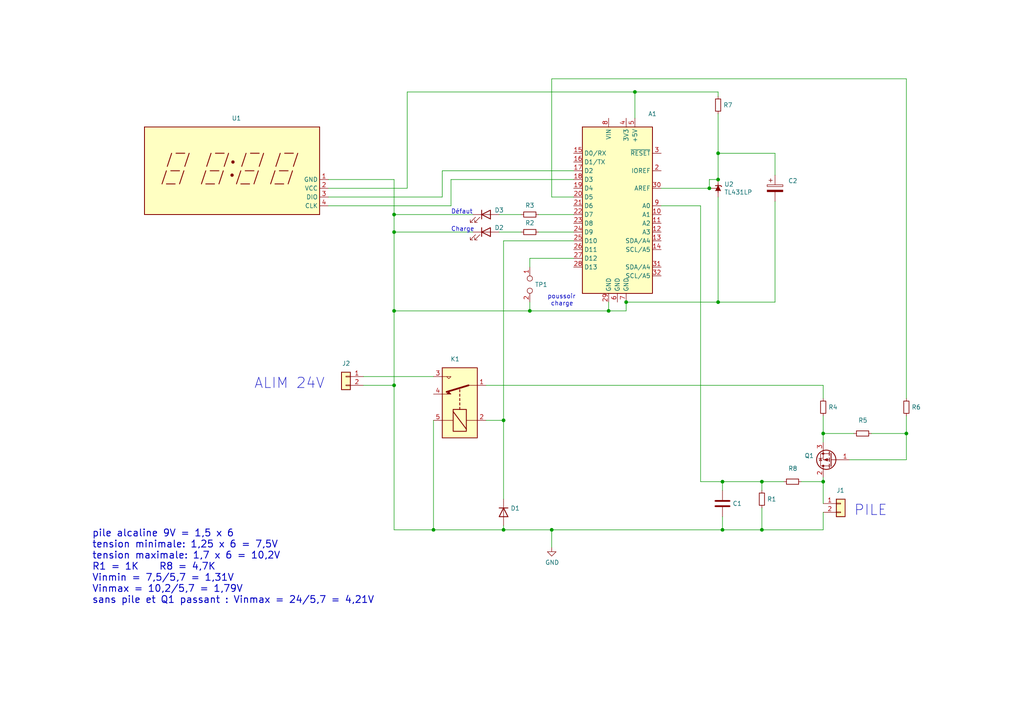
<source format=kicad_sch>
(kicad_sch (version 20211123) (generator eeschema)

  (uuid 68877d35-b796-44db-9124-b8e744e7412e)

  (paper "A4")

  (lib_symbols
    (symbol "Connector:TestPoint_2Pole" (pin_names (offset 0.762) hide) (in_bom yes) (on_board yes)
      (property "Reference" "TP" (id 0) (at 0 1.524 0)
        (effects (font (size 1.27 1.27)))
      )
      (property "Value" "TestPoint_2Pole" (id 1) (at 0 -1.778 0)
        (effects (font (size 1.27 1.27)))
      )
      (property "Footprint" "" (id 2) (at 0 0 0)
        (effects (font (size 1.27 1.27)) hide)
      )
      (property "Datasheet" "~" (id 3) (at 0 0 0)
        (effects (font (size 1.27 1.27)) hide)
      )
      (property "ki_keywords" "point tp" (id 4) (at 0 0 0)
        (effects (font (size 1.27 1.27)) hide)
      )
      (property "ki_description" "2-polar test point" (id 5) (at 0 0 0)
        (effects (font (size 1.27 1.27)) hide)
      )
      (property "ki_fp_filters" "Pin* Test*" (id 6) (at 0 0 0)
        (effects (font (size 1.27 1.27)) hide)
      )
      (symbol "TestPoint_2Pole_0_1"
        (circle (center -1.778 0) (radius 0.762)
          (stroke (width 0) (type default) (color 0 0 0 0))
          (fill (type none))
        )
        (circle (center 1.778 0) (radius 0.762)
          (stroke (width 0) (type default) (color 0 0 0 0))
          (fill (type none))
        )
        (pin passive line (at -5.08 0 0) (length 2.54)
          (name "1" (effects (font (size 1.27 1.27))))
          (number "1" (effects (font (size 1.27 1.27))))
        )
        (pin passive line (at 5.08 0 180) (length 2.54)
          (name "2" (effects (font (size 1.27 1.27))))
          (number "2" (effects (font (size 1.27 1.27))))
        )
      )
    )
    (symbol "Connector_Generic:Conn_01x02" (pin_names (offset 1.016) hide) (in_bom yes) (on_board yes)
      (property "Reference" "J" (id 0) (at 0 2.54 0)
        (effects (font (size 1.27 1.27)))
      )
      (property "Value" "Conn_01x02" (id 1) (at 0 -5.08 0)
        (effects (font (size 1.27 1.27)))
      )
      (property "Footprint" "" (id 2) (at 0 0 0)
        (effects (font (size 1.27 1.27)) hide)
      )
      (property "Datasheet" "~" (id 3) (at 0 0 0)
        (effects (font (size 1.27 1.27)) hide)
      )
      (property "ki_keywords" "connector" (id 4) (at 0 0 0)
        (effects (font (size 1.27 1.27)) hide)
      )
      (property "ki_description" "Generic connector, single row, 01x02, script generated (kicad-library-utils/schlib/autogen/connector/)" (id 5) (at 0 0 0)
        (effects (font (size 1.27 1.27)) hide)
      )
      (property "ki_fp_filters" "Connector*:*_1x??_*" (id 6) (at 0 0 0)
        (effects (font (size 1.27 1.27)) hide)
      )
      (symbol "Conn_01x02_1_1"
        (rectangle (start -1.27 -2.413) (end 0 -2.667)
          (stroke (width 0.1524) (type default) (color 0 0 0 0))
          (fill (type none))
        )
        (rectangle (start -1.27 0.127) (end 0 -0.127)
          (stroke (width 0.1524) (type default) (color 0 0 0 0))
          (fill (type none))
        )
        (rectangle (start -1.27 1.27) (end 1.27 -3.81)
          (stroke (width 0.254) (type default) (color 0 0 0 0))
          (fill (type background))
        )
        (pin passive line (at -5.08 0 0) (length 3.81)
          (name "Pin_1" (effects (font (size 1.27 1.27))))
          (number "1" (effects (font (size 1.27 1.27))))
        )
        (pin passive line (at -5.08 -2.54 0) (length 3.81)
          (name "Pin_2" (effects (font (size 1.27 1.27))))
          (number "2" (effects (font (size 1.27 1.27))))
        )
      )
    )
    (symbol "Device:C" (pin_numbers hide) (pin_names (offset 0.254)) (in_bom yes) (on_board yes)
      (property "Reference" "C" (id 0) (at 0.635 2.54 0)
        (effects (font (size 1.27 1.27)) (justify left))
      )
      (property "Value" "C" (id 1) (at 0.635 -2.54 0)
        (effects (font (size 1.27 1.27)) (justify left))
      )
      (property "Footprint" "" (id 2) (at 0.9652 -3.81 0)
        (effects (font (size 1.27 1.27)) hide)
      )
      (property "Datasheet" "~" (id 3) (at 0 0 0)
        (effects (font (size 1.27 1.27)) hide)
      )
      (property "ki_keywords" "cap capacitor" (id 4) (at 0 0 0)
        (effects (font (size 1.27 1.27)) hide)
      )
      (property "ki_description" "Unpolarized capacitor" (id 5) (at 0 0 0)
        (effects (font (size 1.27 1.27)) hide)
      )
      (property "ki_fp_filters" "C_*" (id 6) (at 0 0 0)
        (effects (font (size 1.27 1.27)) hide)
      )
      (symbol "C_0_1"
        (polyline
          (pts
            (xy -2.032 -0.762)
            (xy 2.032 -0.762)
          )
          (stroke (width 0.508) (type default) (color 0 0 0 0))
          (fill (type none))
        )
        (polyline
          (pts
            (xy -2.032 0.762)
            (xy 2.032 0.762)
          )
          (stroke (width 0.508) (type default) (color 0 0 0 0))
          (fill (type none))
        )
      )
      (symbol "C_1_1"
        (pin passive line (at 0 3.81 270) (length 2.794)
          (name "~" (effects (font (size 1.27 1.27))))
          (number "1" (effects (font (size 1.27 1.27))))
        )
        (pin passive line (at 0 -3.81 90) (length 2.794)
          (name "~" (effects (font (size 1.27 1.27))))
          (number "2" (effects (font (size 1.27 1.27))))
        )
      )
    )
    (symbol "Device:C_Polarized" (pin_numbers hide) (pin_names (offset 0.254)) (in_bom yes) (on_board yes)
      (property "Reference" "C" (id 0) (at 0.635 2.54 0)
        (effects (font (size 1.27 1.27)) (justify left))
      )
      (property "Value" "C_Polarized" (id 1) (at 0.635 -2.54 0)
        (effects (font (size 1.27 1.27)) (justify left))
      )
      (property "Footprint" "" (id 2) (at 0.9652 -3.81 0)
        (effects (font (size 1.27 1.27)) hide)
      )
      (property "Datasheet" "~" (id 3) (at 0 0 0)
        (effects (font (size 1.27 1.27)) hide)
      )
      (property "ki_keywords" "cap capacitor" (id 4) (at 0 0 0)
        (effects (font (size 1.27 1.27)) hide)
      )
      (property "ki_description" "Polarized capacitor" (id 5) (at 0 0 0)
        (effects (font (size 1.27 1.27)) hide)
      )
      (property "ki_fp_filters" "CP_*" (id 6) (at 0 0 0)
        (effects (font (size 1.27 1.27)) hide)
      )
      (symbol "C_Polarized_0_1"
        (rectangle (start -2.286 0.508) (end 2.286 1.016)
          (stroke (width 0) (type default) (color 0 0 0 0))
          (fill (type none))
        )
        (polyline
          (pts
            (xy -1.778 2.286)
            (xy -0.762 2.286)
          )
          (stroke (width 0) (type default) (color 0 0 0 0))
          (fill (type none))
        )
        (polyline
          (pts
            (xy -1.27 2.794)
            (xy -1.27 1.778)
          )
          (stroke (width 0) (type default) (color 0 0 0 0))
          (fill (type none))
        )
        (rectangle (start 2.286 -0.508) (end -2.286 -1.016)
          (stroke (width 0) (type default) (color 0 0 0 0))
          (fill (type outline))
        )
      )
      (symbol "C_Polarized_1_1"
        (pin passive line (at 0 3.81 270) (length 2.794)
          (name "~" (effects (font (size 1.27 1.27))))
          (number "1" (effects (font (size 1.27 1.27))))
        )
        (pin passive line (at 0 -3.81 90) (length 2.794)
          (name "~" (effects (font (size 1.27 1.27))))
          (number "2" (effects (font (size 1.27 1.27))))
        )
      )
    )
    (symbol "Device:LED" (pin_numbers hide) (pin_names (offset 1.016) hide) (in_bom yes) (on_board yes)
      (property "Reference" "D" (id 0) (at 0 2.54 0)
        (effects (font (size 1.27 1.27)))
      )
      (property "Value" "LED" (id 1) (at 0 -2.54 0)
        (effects (font (size 1.27 1.27)))
      )
      (property "Footprint" "" (id 2) (at 0 0 0)
        (effects (font (size 1.27 1.27)) hide)
      )
      (property "Datasheet" "~" (id 3) (at 0 0 0)
        (effects (font (size 1.27 1.27)) hide)
      )
      (property "ki_keywords" "LED diode" (id 4) (at 0 0 0)
        (effects (font (size 1.27 1.27)) hide)
      )
      (property "ki_description" "Light emitting diode" (id 5) (at 0 0 0)
        (effects (font (size 1.27 1.27)) hide)
      )
      (property "ki_fp_filters" "LED* LED_SMD:* LED_THT:*" (id 6) (at 0 0 0)
        (effects (font (size 1.27 1.27)) hide)
      )
      (symbol "LED_0_1"
        (polyline
          (pts
            (xy -1.27 -1.27)
            (xy -1.27 1.27)
          )
          (stroke (width 0.254) (type default) (color 0 0 0 0))
          (fill (type none))
        )
        (polyline
          (pts
            (xy -1.27 0)
            (xy 1.27 0)
          )
          (stroke (width 0) (type default) (color 0 0 0 0))
          (fill (type none))
        )
        (polyline
          (pts
            (xy 1.27 -1.27)
            (xy 1.27 1.27)
            (xy -1.27 0)
            (xy 1.27 -1.27)
          )
          (stroke (width 0.254) (type default) (color 0 0 0 0))
          (fill (type none))
        )
        (polyline
          (pts
            (xy -3.048 -0.762)
            (xy -4.572 -2.286)
            (xy -3.81 -2.286)
            (xy -4.572 -2.286)
            (xy -4.572 -1.524)
          )
          (stroke (width 0) (type default) (color 0 0 0 0))
          (fill (type none))
        )
        (polyline
          (pts
            (xy -1.778 -0.762)
            (xy -3.302 -2.286)
            (xy -2.54 -2.286)
            (xy -3.302 -2.286)
            (xy -3.302 -1.524)
          )
          (stroke (width 0) (type default) (color 0 0 0 0))
          (fill (type none))
        )
      )
      (symbol "LED_1_1"
        (pin passive line (at -3.81 0 0) (length 2.54)
          (name "K" (effects (font (size 1.27 1.27))))
          (number "1" (effects (font (size 1.27 1.27))))
        )
        (pin passive line (at 3.81 0 180) (length 2.54)
          (name "A" (effects (font (size 1.27 1.27))))
          (number "2" (effects (font (size 1.27 1.27))))
        )
      )
    )
    (symbol "Device:Q_PMOS_GDS" (pin_names (offset 0) hide) (in_bom yes) (on_board yes)
      (property "Reference" "Q" (id 0) (at 5.08 1.27 0)
        (effects (font (size 1.27 1.27)) (justify left))
      )
      (property "Value" "Q_PMOS_GDS" (id 1) (at 5.08 -1.27 0)
        (effects (font (size 1.27 1.27)) (justify left))
      )
      (property "Footprint" "" (id 2) (at 5.08 2.54 0)
        (effects (font (size 1.27 1.27)) hide)
      )
      (property "Datasheet" "~" (id 3) (at 0 0 0)
        (effects (font (size 1.27 1.27)) hide)
      )
      (property "ki_keywords" "transistor PMOS P-MOS P-MOSFET" (id 4) (at 0 0 0)
        (effects (font (size 1.27 1.27)) hide)
      )
      (property "ki_description" "P-MOSFET transistor, gate/drain/source" (id 5) (at 0 0 0)
        (effects (font (size 1.27 1.27)) hide)
      )
      (symbol "Q_PMOS_GDS_0_1"
        (polyline
          (pts
            (xy 0.254 0)
            (xy -2.54 0)
          )
          (stroke (width 0) (type default) (color 0 0 0 0))
          (fill (type none))
        )
        (polyline
          (pts
            (xy 0.254 1.905)
            (xy 0.254 -1.905)
          )
          (stroke (width 0.254) (type default) (color 0 0 0 0))
          (fill (type none))
        )
        (polyline
          (pts
            (xy 0.762 -1.27)
            (xy 0.762 -2.286)
          )
          (stroke (width 0.254) (type default) (color 0 0 0 0))
          (fill (type none))
        )
        (polyline
          (pts
            (xy 0.762 0.508)
            (xy 0.762 -0.508)
          )
          (stroke (width 0.254) (type default) (color 0 0 0 0))
          (fill (type none))
        )
        (polyline
          (pts
            (xy 0.762 2.286)
            (xy 0.762 1.27)
          )
          (stroke (width 0.254) (type default) (color 0 0 0 0))
          (fill (type none))
        )
        (polyline
          (pts
            (xy 2.54 2.54)
            (xy 2.54 1.778)
          )
          (stroke (width 0) (type default) (color 0 0 0 0))
          (fill (type none))
        )
        (polyline
          (pts
            (xy 2.54 -2.54)
            (xy 2.54 0)
            (xy 0.762 0)
          )
          (stroke (width 0) (type default) (color 0 0 0 0))
          (fill (type none))
        )
        (polyline
          (pts
            (xy 0.762 1.778)
            (xy 3.302 1.778)
            (xy 3.302 -1.778)
            (xy 0.762 -1.778)
          )
          (stroke (width 0) (type default) (color 0 0 0 0))
          (fill (type none))
        )
        (polyline
          (pts
            (xy 2.286 0)
            (xy 1.27 0.381)
            (xy 1.27 -0.381)
            (xy 2.286 0)
          )
          (stroke (width 0) (type default) (color 0 0 0 0))
          (fill (type outline))
        )
        (polyline
          (pts
            (xy 2.794 -0.508)
            (xy 2.921 -0.381)
            (xy 3.683 -0.381)
            (xy 3.81 -0.254)
          )
          (stroke (width 0) (type default) (color 0 0 0 0))
          (fill (type none))
        )
        (polyline
          (pts
            (xy 3.302 -0.381)
            (xy 2.921 0.254)
            (xy 3.683 0.254)
            (xy 3.302 -0.381)
          )
          (stroke (width 0) (type default) (color 0 0 0 0))
          (fill (type none))
        )
        (circle (center 1.651 0) (radius 2.794)
          (stroke (width 0.254) (type default) (color 0 0 0 0))
          (fill (type none))
        )
        (circle (center 2.54 -1.778) (radius 0.254)
          (stroke (width 0) (type default) (color 0 0 0 0))
          (fill (type outline))
        )
        (circle (center 2.54 1.778) (radius 0.254)
          (stroke (width 0) (type default) (color 0 0 0 0))
          (fill (type outline))
        )
      )
      (symbol "Q_PMOS_GDS_1_1"
        (pin input line (at -5.08 0 0) (length 2.54)
          (name "G" (effects (font (size 1.27 1.27))))
          (number "1" (effects (font (size 1.27 1.27))))
        )
        (pin passive line (at 2.54 5.08 270) (length 2.54)
          (name "D" (effects (font (size 1.27 1.27))))
          (number "2" (effects (font (size 1.27 1.27))))
        )
        (pin passive line (at 2.54 -5.08 90) (length 2.54)
          (name "S" (effects (font (size 1.27 1.27))))
          (number "3" (effects (font (size 1.27 1.27))))
        )
      )
    )
    (symbol "Device:R_Small" (pin_numbers hide) (pin_names (offset 0.254) hide) (in_bom yes) (on_board yes)
      (property "Reference" "R" (id 0) (at 0.762 0.508 0)
        (effects (font (size 1.27 1.27)) (justify left))
      )
      (property "Value" "R_Small" (id 1) (at 0.762 -1.016 0)
        (effects (font (size 1.27 1.27)) (justify left))
      )
      (property "Footprint" "" (id 2) (at 0 0 0)
        (effects (font (size 1.27 1.27)) hide)
      )
      (property "Datasheet" "~" (id 3) (at 0 0 0)
        (effects (font (size 1.27 1.27)) hide)
      )
      (property "ki_keywords" "R resistor" (id 4) (at 0 0 0)
        (effects (font (size 1.27 1.27)) hide)
      )
      (property "ki_description" "Resistor, small symbol" (id 5) (at 0 0 0)
        (effects (font (size 1.27 1.27)) hide)
      )
      (property "ki_fp_filters" "R_*" (id 6) (at 0 0 0)
        (effects (font (size 1.27 1.27)) hide)
      )
      (symbol "R_Small_0_1"
        (rectangle (start -0.762 1.778) (end 0.762 -1.778)
          (stroke (width 0.2032) (type default) (color 0 0 0 0))
          (fill (type none))
        )
      )
      (symbol "R_Small_1_1"
        (pin passive line (at 0 2.54 270) (length 0.762)
          (name "~" (effects (font (size 1.27 1.27))))
          (number "1" (effects (font (size 1.27 1.27))))
        )
        (pin passive line (at 0 -2.54 90) (length 0.762)
          (name "~" (effects (font (size 1.27 1.27))))
          (number "2" (effects (font (size 1.27 1.27))))
        )
      )
    )
    (symbol "Diode:1N4004" (pin_numbers hide) (pin_names (offset 1.016) hide) (in_bom yes) (on_board yes)
      (property "Reference" "D" (id 0) (at 0 2.54 0)
        (effects (font (size 1.27 1.27)))
      )
      (property "Value" "1N4004" (id 1) (at 0 -2.54 0)
        (effects (font (size 1.27 1.27)))
      )
      (property "Footprint" "Diode_THT:D_DO-41_SOD81_P10.16mm_Horizontal" (id 2) (at 0 -4.445 0)
        (effects (font (size 1.27 1.27)) hide)
      )
      (property "Datasheet" "http://www.vishay.com/docs/88503/1n4001.pdf" (id 3) (at 0 0 0)
        (effects (font (size 1.27 1.27)) hide)
      )
      (property "ki_keywords" "diode" (id 4) (at 0 0 0)
        (effects (font (size 1.27 1.27)) hide)
      )
      (property "ki_description" "400V 1A General Purpose Rectifier Diode, DO-41" (id 5) (at 0 0 0)
        (effects (font (size 1.27 1.27)) hide)
      )
      (property "ki_fp_filters" "D*DO?41*" (id 6) (at 0 0 0)
        (effects (font (size 1.27 1.27)) hide)
      )
      (symbol "1N4004_0_1"
        (polyline
          (pts
            (xy -1.27 1.27)
            (xy -1.27 -1.27)
          )
          (stroke (width 0.254) (type default) (color 0 0 0 0))
          (fill (type none))
        )
        (polyline
          (pts
            (xy 1.27 0)
            (xy -1.27 0)
          )
          (stroke (width 0) (type default) (color 0 0 0 0))
          (fill (type none))
        )
        (polyline
          (pts
            (xy 1.27 1.27)
            (xy 1.27 -1.27)
            (xy -1.27 0)
            (xy 1.27 1.27)
          )
          (stroke (width 0.254) (type default) (color 0 0 0 0))
          (fill (type none))
        )
      )
      (symbol "1N4004_1_1"
        (pin passive line (at -3.81 0 0) (length 2.54)
          (name "K" (effects (font (size 1.27 1.27))))
          (number "1" (effects (font (size 1.27 1.27))))
        )
        (pin passive line (at 3.81 0 180) (length 2.54)
          (name "A" (effects (font (size 1.27 1.27))))
          (number "2" (effects (font (size 1.27 1.27))))
        )
      )
    )
    (symbol "MCU_Module:Arduino_UNO_R3" (in_bom yes) (on_board yes)
      (property "Reference" "A" (id 0) (at -10.16 23.495 0)
        (effects (font (size 1.27 1.27)) (justify left bottom))
      )
      (property "Value" "Arduino_UNO_R3" (id 1) (at 5.08 -26.67 0)
        (effects (font (size 1.27 1.27)) (justify left top))
      )
      (property "Footprint" "Module:Arduino_UNO_R3" (id 2) (at 0 0 0)
        (effects (font (size 1.27 1.27) italic) hide)
      )
      (property "Datasheet" "https://www.arduino.cc/en/Main/arduinoBoardUno" (id 3) (at 0 0 0)
        (effects (font (size 1.27 1.27)) hide)
      )
      (property "ki_keywords" "Arduino UNO R3 Microcontroller Module Atmel AVR USB" (id 4) (at 0 0 0)
        (effects (font (size 1.27 1.27)) hide)
      )
      (property "ki_description" "Arduino UNO Microcontroller Module, release 3" (id 5) (at 0 0 0)
        (effects (font (size 1.27 1.27)) hide)
      )
      (property "ki_fp_filters" "Arduino*UNO*R3*" (id 6) (at 0 0 0)
        (effects (font (size 1.27 1.27)) hide)
      )
      (symbol "Arduino_UNO_R3_0_1"
        (rectangle (start -10.16 22.86) (end 10.16 -25.4)
          (stroke (width 0.254) (type default) (color 0 0 0 0))
          (fill (type background))
        )
      )
      (symbol "Arduino_UNO_R3_1_1"
        (pin no_connect line (at -10.16 -20.32 0) (length 2.54) hide
          (name "NC" (effects (font (size 1.27 1.27))))
          (number "1" (effects (font (size 1.27 1.27))))
        )
        (pin bidirectional line (at 12.7 -2.54 180) (length 2.54)
          (name "A1" (effects (font (size 1.27 1.27))))
          (number "10" (effects (font (size 1.27 1.27))))
        )
        (pin bidirectional line (at 12.7 -5.08 180) (length 2.54)
          (name "A2" (effects (font (size 1.27 1.27))))
          (number "11" (effects (font (size 1.27 1.27))))
        )
        (pin bidirectional line (at 12.7 -7.62 180) (length 2.54)
          (name "A3" (effects (font (size 1.27 1.27))))
          (number "12" (effects (font (size 1.27 1.27))))
        )
        (pin bidirectional line (at 12.7 -10.16 180) (length 2.54)
          (name "SDA/A4" (effects (font (size 1.27 1.27))))
          (number "13" (effects (font (size 1.27 1.27))))
        )
        (pin bidirectional line (at 12.7 -12.7 180) (length 2.54)
          (name "SCL/A5" (effects (font (size 1.27 1.27))))
          (number "14" (effects (font (size 1.27 1.27))))
        )
        (pin bidirectional line (at -12.7 15.24 0) (length 2.54)
          (name "D0/RX" (effects (font (size 1.27 1.27))))
          (number "15" (effects (font (size 1.27 1.27))))
        )
        (pin bidirectional line (at -12.7 12.7 0) (length 2.54)
          (name "D1/TX" (effects (font (size 1.27 1.27))))
          (number "16" (effects (font (size 1.27 1.27))))
        )
        (pin bidirectional line (at -12.7 10.16 0) (length 2.54)
          (name "D2" (effects (font (size 1.27 1.27))))
          (number "17" (effects (font (size 1.27 1.27))))
        )
        (pin bidirectional line (at -12.7 7.62 0) (length 2.54)
          (name "D3" (effects (font (size 1.27 1.27))))
          (number "18" (effects (font (size 1.27 1.27))))
        )
        (pin bidirectional line (at -12.7 5.08 0) (length 2.54)
          (name "D4" (effects (font (size 1.27 1.27))))
          (number "19" (effects (font (size 1.27 1.27))))
        )
        (pin output line (at 12.7 10.16 180) (length 2.54)
          (name "IOREF" (effects (font (size 1.27 1.27))))
          (number "2" (effects (font (size 1.27 1.27))))
        )
        (pin bidirectional line (at -12.7 2.54 0) (length 2.54)
          (name "D5" (effects (font (size 1.27 1.27))))
          (number "20" (effects (font (size 1.27 1.27))))
        )
        (pin bidirectional line (at -12.7 0 0) (length 2.54)
          (name "D6" (effects (font (size 1.27 1.27))))
          (number "21" (effects (font (size 1.27 1.27))))
        )
        (pin bidirectional line (at -12.7 -2.54 0) (length 2.54)
          (name "D7" (effects (font (size 1.27 1.27))))
          (number "22" (effects (font (size 1.27 1.27))))
        )
        (pin bidirectional line (at -12.7 -5.08 0) (length 2.54)
          (name "D8" (effects (font (size 1.27 1.27))))
          (number "23" (effects (font (size 1.27 1.27))))
        )
        (pin bidirectional line (at -12.7 -7.62 0) (length 2.54)
          (name "D9" (effects (font (size 1.27 1.27))))
          (number "24" (effects (font (size 1.27 1.27))))
        )
        (pin bidirectional line (at -12.7 -10.16 0) (length 2.54)
          (name "D10" (effects (font (size 1.27 1.27))))
          (number "25" (effects (font (size 1.27 1.27))))
        )
        (pin bidirectional line (at -12.7 -12.7 0) (length 2.54)
          (name "D11" (effects (font (size 1.27 1.27))))
          (number "26" (effects (font (size 1.27 1.27))))
        )
        (pin bidirectional line (at -12.7 -15.24 0) (length 2.54)
          (name "D12" (effects (font (size 1.27 1.27))))
          (number "27" (effects (font (size 1.27 1.27))))
        )
        (pin bidirectional line (at -12.7 -17.78 0) (length 2.54)
          (name "D13" (effects (font (size 1.27 1.27))))
          (number "28" (effects (font (size 1.27 1.27))))
        )
        (pin power_in line (at -2.54 -27.94 90) (length 2.54)
          (name "GND" (effects (font (size 1.27 1.27))))
          (number "29" (effects (font (size 1.27 1.27))))
        )
        (pin input line (at 12.7 15.24 180) (length 2.54)
          (name "~{RESET}" (effects (font (size 1.27 1.27))))
          (number "3" (effects (font (size 1.27 1.27))))
        )
        (pin input line (at 12.7 5.08 180) (length 2.54)
          (name "AREF" (effects (font (size 1.27 1.27))))
          (number "30" (effects (font (size 1.27 1.27))))
        )
        (pin bidirectional line (at 12.7 -17.78 180) (length 2.54)
          (name "SDA/A4" (effects (font (size 1.27 1.27))))
          (number "31" (effects (font (size 1.27 1.27))))
        )
        (pin bidirectional line (at 12.7 -20.32 180) (length 2.54)
          (name "SCL/A5" (effects (font (size 1.27 1.27))))
          (number "32" (effects (font (size 1.27 1.27))))
        )
        (pin power_out line (at 2.54 25.4 270) (length 2.54)
          (name "3V3" (effects (font (size 1.27 1.27))))
          (number "4" (effects (font (size 1.27 1.27))))
        )
        (pin power_out line (at 5.08 25.4 270) (length 2.54)
          (name "+5V" (effects (font (size 1.27 1.27))))
          (number "5" (effects (font (size 1.27 1.27))))
        )
        (pin power_in line (at 0 -27.94 90) (length 2.54)
          (name "GND" (effects (font (size 1.27 1.27))))
          (number "6" (effects (font (size 1.27 1.27))))
        )
        (pin power_in line (at 2.54 -27.94 90) (length 2.54)
          (name "GND" (effects (font (size 1.27 1.27))))
          (number "7" (effects (font (size 1.27 1.27))))
        )
        (pin power_in line (at -2.54 25.4 270) (length 2.54)
          (name "VIN" (effects (font (size 1.27 1.27))))
          (number "8" (effects (font (size 1.27 1.27))))
        )
        (pin bidirectional line (at 12.7 0 180) (length 2.54)
          (name "A0" (effects (font (size 1.27 1.27))))
          (number "9" (effects (font (size 1.27 1.27))))
        )
      )
    )
    (symbol "Reference_Voltage:TL431LP" (pin_numbers hide) (pin_names hide) (in_bom yes) (on_board yes)
      (property "Reference" "U" (id 0) (at -2.54 2.54 0)
        (effects (font (size 1.27 1.27)))
      )
      (property "Value" "TL431LP" (id 1) (at 0 -2.54 0)
        (effects (font (size 1.27 1.27)))
      )
      (property "Footprint" "Package_TO_SOT_THT:TO-92_Inline" (id 2) (at 0 -3.81 0)
        (effects (font (size 1.27 1.27) italic) hide)
      )
      (property "Datasheet" "http://www.ti.com/lit/ds/symlink/tl431.pdf" (id 3) (at 0 0 0)
        (effects (font (size 1.27 1.27) italic) hide)
      )
      (property "ki_keywords" "diode device regulator shunt" (id 4) (at 0 0 0)
        (effects (font (size 1.27 1.27)) hide)
      )
      (property "ki_description" "Shunt Regulator, TO-92" (id 5) (at 0 0 0)
        (effects (font (size 1.27 1.27)) hide)
      )
      (property "ki_fp_filters" "TO*92*" (id 6) (at 0 0 0)
        (effects (font (size 1.27 1.27)) hide)
      )
      (symbol "TL431LP_0_1"
        (polyline
          (pts
            (xy -1.27 0)
            (xy 0 0)
            (xy 1.27 0)
          )
          (stroke (width 0) (type default) (color 0 0 0 0))
          (fill (type none))
        )
        (polyline
          (pts
            (xy -0.762 0.762)
            (xy 0.762 0)
            (xy -0.762 -0.762)
          )
          (stroke (width 0) (type default) (color 0 0 0 0))
          (fill (type outline))
        )
        (polyline
          (pts
            (xy 0.508 -1.016)
            (xy 0.762 -0.762)
            (xy 0.762 0.762)
            (xy 0.762 0.762)
          )
          (stroke (width 0.254) (type default) (color 0 0 0 0))
          (fill (type none))
        )
      )
      (symbol "TL431LP_1_1"
        (pin passive line (at 0 2.54 270) (length 2.54)
          (name "REF" (effects (font (size 1.27 1.27))))
          (number "1" (effects (font (size 1.27 1.27))))
        )
        (pin passive line (at -2.54 0 0) (length 2.54)
          (name "A" (effects (font (size 1.27 1.27))))
          (number "2" (effects (font (size 1.27 1.27))))
        )
        (pin passive line (at 2.54 0 180) (length 2.54)
          (name "K" (effects (font (size 1.27 1.27))))
          (number "3" (effects (font (size 1.27 1.27))))
        )
      )
    )
    (symbol "Relay:SANYOU_SRD_Form_C" (in_bom yes) (on_board yes)
      (property "Reference" "K" (id 0) (at 11.43 3.81 0)
        (effects (font (size 1.27 1.27)) (justify left))
      )
      (property "Value" "SANYOU_SRD_Form_C" (id 1) (at 11.43 1.27 0)
        (effects (font (size 1.27 1.27)) (justify left))
      )
      (property "Footprint" "Relay_THT:Relay_SPDT_SANYOU_SRD_Series_Form_C" (id 2) (at 11.43 -1.27 0)
        (effects (font (size 1.27 1.27)) (justify left) hide)
      )
      (property "Datasheet" "http://www.sanyourelay.ca/public/products/pdf/SRD.pdf" (id 3) (at 0 0 0)
        (effects (font (size 1.27 1.27)) hide)
      )
      (property "ki_keywords" "Single Pole Relay SPDT" (id 4) (at 0 0 0)
        (effects (font (size 1.27 1.27)) hide)
      )
      (property "ki_description" "Sanyo SRD relay, Single Pole Miniature Power Relay," (id 5) (at 0 0 0)
        (effects (font (size 1.27 1.27)) hide)
      )
      (property "ki_fp_filters" "Relay*SPDT*SANYOU*SRD*Series*Form*C*" (id 6) (at 0 0 0)
        (effects (font (size 1.27 1.27)) hide)
      )
      (symbol "SANYOU_SRD_Form_C_0_0"
        (polyline
          (pts
            (xy 7.62 5.08)
            (xy 7.62 2.54)
            (xy 6.985 3.175)
            (xy 7.62 3.81)
          )
          (stroke (width 0) (type default) (color 0 0 0 0))
          (fill (type none))
        )
      )
      (symbol "SANYOU_SRD_Form_C_0_1"
        (rectangle (start -10.16 5.08) (end 10.16 -5.08)
          (stroke (width 0.254) (type default) (color 0 0 0 0))
          (fill (type background))
        )
        (rectangle (start -8.255 1.905) (end -1.905 -1.905)
          (stroke (width 0.254) (type default) (color 0 0 0 0))
          (fill (type none))
        )
        (polyline
          (pts
            (xy -7.62 -1.905)
            (xy -2.54 1.905)
          )
          (stroke (width 0.254) (type default) (color 0 0 0 0))
          (fill (type none))
        )
        (polyline
          (pts
            (xy -5.08 -5.08)
            (xy -5.08 -1.905)
          )
          (stroke (width 0) (type default) (color 0 0 0 0))
          (fill (type none))
        )
        (polyline
          (pts
            (xy -5.08 5.08)
            (xy -5.08 1.905)
          )
          (stroke (width 0) (type default) (color 0 0 0 0))
          (fill (type none))
        )
        (polyline
          (pts
            (xy -1.905 0)
            (xy -1.27 0)
          )
          (stroke (width 0.254) (type default) (color 0 0 0 0))
          (fill (type none))
        )
        (polyline
          (pts
            (xy -0.635 0)
            (xy 0 0)
          )
          (stroke (width 0.254) (type default) (color 0 0 0 0))
          (fill (type none))
        )
        (polyline
          (pts
            (xy 0.635 0)
            (xy 1.27 0)
          )
          (stroke (width 0.254) (type default) (color 0 0 0 0))
          (fill (type none))
        )
        (polyline
          (pts
            (xy 1.905 0)
            (xy 2.54 0)
          )
          (stroke (width 0.254) (type default) (color 0 0 0 0))
          (fill (type none))
        )
        (polyline
          (pts
            (xy 3.175 0)
            (xy 3.81 0)
          )
          (stroke (width 0.254) (type default) (color 0 0 0 0))
          (fill (type none))
        )
        (polyline
          (pts
            (xy 5.08 -2.54)
            (xy 3.175 3.81)
          )
          (stroke (width 0.508) (type default) (color 0 0 0 0))
          (fill (type none))
        )
        (polyline
          (pts
            (xy 5.08 -2.54)
            (xy 5.08 -5.08)
          )
          (stroke (width 0) (type default) (color 0 0 0 0))
          (fill (type none))
        )
      )
      (symbol "SANYOU_SRD_Form_C_1_1"
        (polyline
          (pts
            (xy 2.54 3.81)
            (xy 3.175 3.175)
            (xy 2.54 2.54)
            (xy 2.54 5.08)
          )
          (stroke (width 0) (type default) (color 0 0 0 0))
          (fill (type outline))
        )
        (pin passive line (at 5.08 -7.62 90) (length 2.54)
          (name "~" (effects (font (size 1.27 1.27))))
          (number "1" (effects (font (size 1.27 1.27))))
        )
        (pin passive line (at -5.08 -7.62 90) (length 2.54)
          (name "~" (effects (font (size 1.27 1.27))))
          (number "2" (effects (font (size 1.27 1.27))))
        )
        (pin passive line (at 7.62 7.62 270) (length 2.54)
          (name "~" (effects (font (size 1.27 1.27))))
          (number "3" (effects (font (size 1.27 1.27))))
        )
        (pin passive line (at 2.54 7.62 270) (length 2.54)
          (name "~" (effects (font (size 1.27 1.27))))
          (number "4" (effects (font (size 1.27 1.27))))
        )
        (pin passive line (at -5.08 7.62 270) (length 2.54)
          (name "~" (effects (font (size 1.27 1.27))))
          (number "5" (effects (font (size 1.27 1.27))))
        )
      )
    )
    (symbol "kicad_chargeur_piles_mosfet-rescue:Display_TM1637-display_tm1637-kicad_chargeur_piles-rescue" (in_bom yes) (on_board yes)
      (property "Reference" "U" (id 0) (at -24.13 13.97 0)
        (effects (font (size 1.27 1.27)))
      )
      (property "Value" "Display_TM1637-display_tm1637-kicad_chargeur_piles-rescue" (id 1) (at 17.78 13.97 0)
        (effects (font (size 1.27 1.27)))
      )
      (property "Footprint" "Display_4Digit_7Segment" (id 2) (at 0 -15.24 0)
        (effects (font (size 1.27 1.27)) hide)
      )
      (property "Datasheet" "" (id 3) (at -10.922 0.762 0)
        (effects (font (size 1.27 1.27)) hide)
      )
      (property "ki_fp_filters" "*CA56*12CGKWA*" (id 4) (at 0 0 0)
        (effects (font (size 1.27 1.27)) hide)
      )
      (symbol "Display_TM1637-display_tm1637-kicad_chargeur_piles-rescue_0_0"
        (rectangle (start -25.4 12.7) (end 25.4 -12.7)
          (stroke (width 0.254) (type default) (color 0 0 0 0))
          (fill (type background))
        )
        (polyline
          (pts
            (xy -20.32 -3.81)
            (xy -19.05 0)
          )
          (stroke (width 0.254) (type default) (color 0 0 0 0))
          (fill (type none))
        )
        (polyline
          (pts
            (xy -19.05 -3.81)
            (xy -16.51 -3.81)
          )
          (stroke (width 0.254) (type default) (color 0 0 0 0))
          (fill (type none))
        )
        (polyline
          (pts
            (xy -18.796 1.27)
            (xy -17.526 5.08)
          )
          (stroke (width 0.254) (type default) (color 0 0 0 0))
          (fill (type none))
        )
        (polyline
          (pts
            (xy -17.78 0)
            (xy -15.24 0)
          )
          (stroke (width 0.254) (type default) (color 0 0 0 0))
          (fill (type none))
        )
        (polyline
          (pts
            (xy -16.256 5.08)
            (xy -13.716 5.08)
          )
          (stroke (width 0.254) (type default) (color 0 0 0 0))
          (fill (type none))
        )
        (polyline
          (pts
            (xy -15.24 -3.81)
            (xy -13.97 0)
          )
          (stroke (width 0.254) (type default) (color 0 0 0 0))
          (fill (type none))
        )
        (polyline
          (pts
            (xy -13.716 1.27)
            (xy -12.446 5.08)
          )
          (stroke (width 0.254) (type default) (color 0 0 0 0))
          (fill (type none))
        )
        (polyline
          (pts
            (xy -8.89 -3.81)
            (xy -7.62 0)
          )
          (stroke (width 0.254) (type default) (color 0 0 0 0))
          (fill (type none))
        )
        (polyline
          (pts
            (xy -7.62 -3.81)
            (xy -5.08 -3.81)
          )
          (stroke (width 0.254) (type default) (color 0 0 0 0))
          (fill (type none))
        )
        (polyline
          (pts
            (xy -7.366 1.27)
            (xy -6.096 5.08)
          )
          (stroke (width 0.254) (type default) (color 0 0 0 0))
          (fill (type none))
        )
        (polyline
          (pts
            (xy -6.35 0)
            (xy -3.81 0)
          )
          (stroke (width 0.254) (type default) (color 0 0 0 0))
          (fill (type none))
        )
        (polyline
          (pts
            (xy -4.826 5.08)
            (xy -2.286 5.08)
          )
          (stroke (width 0.254) (type default) (color 0 0 0 0))
          (fill (type none))
        )
        (polyline
          (pts
            (xy -3.81 -3.81)
            (xy -2.54 0)
          )
          (stroke (width 0.254) (type default) (color 0 0 0 0))
          (fill (type none))
        )
        (polyline
          (pts
            (xy -2.286 1.27)
            (xy -1.016 5.08)
          )
          (stroke (width 0.254) (type default) (color 0 0 0 0))
          (fill (type none))
        )
        (polyline
          (pts
            (xy 1.27 -3.81)
            (xy 2.54 0)
          )
          (stroke (width 0.254) (type default) (color 0 0 0 0))
          (fill (type none))
        )
        (polyline
          (pts
            (xy 2.54 -3.81)
            (xy 5.08 -3.81)
          )
          (stroke (width 0.254) (type default) (color 0 0 0 0))
          (fill (type none))
        )
        (polyline
          (pts
            (xy 2.794 1.27)
            (xy 4.064 5.08)
          )
          (stroke (width 0.254) (type default) (color 0 0 0 0))
          (fill (type none))
        )
        (polyline
          (pts
            (xy 3.81 0)
            (xy 6.35 0)
          )
          (stroke (width 0.254) (type default) (color 0 0 0 0))
          (fill (type none))
        )
        (polyline
          (pts
            (xy 5.334 5.08)
            (xy 7.874 5.08)
          )
          (stroke (width 0.254) (type default) (color 0 0 0 0))
          (fill (type none))
        )
        (polyline
          (pts
            (xy 6.35 -3.81)
            (xy 7.62 0)
          )
          (stroke (width 0.254) (type default) (color 0 0 0 0))
          (fill (type none))
        )
        (polyline
          (pts
            (xy 7.874 1.27)
            (xy 9.144 5.08)
          )
          (stroke (width 0.254) (type default) (color 0 0 0 0))
          (fill (type none))
        )
        (polyline
          (pts
            (xy 11.176 -3.81)
            (xy 12.446 0)
          )
          (stroke (width 0.254) (type default) (color 0 0 0 0))
          (fill (type none))
        )
        (polyline
          (pts
            (xy 12.446 -3.81)
            (xy 14.986 -3.81)
          )
          (stroke (width 0.254) (type default) (color 0 0 0 0))
          (fill (type none))
        )
        (polyline
          (pts
            (xy 12.7 1.27)
            (xy 13.97 5.08)
          )
          (stroke (width 0.254) (type default) (color 0 0 0 0))
          (fill (type none))
        )
        (polyline
          (pts
            (xy 13.716 0)
            (xy 16.256 0)
          )
          (stroke (width 0.254) (type default) (color 0 0 0 0))
          (fill (type none))
        )
        (polyline
          (pts
            (xy 15.24 5.08)
            (xy 17.78 5.08)
          )
          (stroke (width 0.254) (type default) (color 0 0 0 0))
          (fill (type none))
        )
        (polyline
          (pts
            (xy 16.256 -3.81)
            (xy 17.526 0)
          )
          (stroke (width 0.254) (type default) (color 0 0 0 0))
          (fill (type none))
        )
        (polyline
          (pts
            (xy 17.78 1.27)
            (xy 19.05 5.08)
          )
          (stroke (width 0.254) (type default) (color 0 0 0 0))
          (fill (type none))
        )
      )
      (symbol "Display_TM1637-display_tm1637-kicad_chargeur_piles-rescue_0_1"
        (circle (center 0 -1.27) (radius 0.3556)
          (stroke (width 0.254) (type default) (color 0 0 0 0))
          (fill (type outline))
        )
        (circle (center 0.254 2.54) (radius 0.3556)
          (stroke (width 0.254) (type default) (color 0 0 0 0))
          (fill (type outline))
        )
      )
      (symbol "Display_TM1637-display_tm1637-kicad_chargeur_piles-rescue_1_1"
        (pin passive line (at 27.94 -2.54 180) (length 2.54)
          (name "GND" (effects (font (size 1.27 1.27))))
          (number "1" (effects (font (size 1.27 1.27))))
        )
        (pin passive line (at 27.94 -5.08 180) (length 2.54)
          (name "VCC" (effects (font (size 1.27 1.27))))
          (number "2" (effects (font (size 1.27 1.27))))
        )
        (pin passive line (at 27.94 -7.62 180) (length 2.54)
          (name "DIO" (effects (font (size 1.27 1.27))))
          (number "3" (effects (font (size 1.27 1.27))))
        )
        (pin passive line (at 27.94 -10.16 180) (length 2.54)
          (name "CLK" (effects (font (size 1.27 1.27))))
          (number "4" (effects (font (size 1.27 1.27))))
        )
      )
    )
    (symbol "power:GND" (power) (pin_names (offset 0)) (in_bom yes) (on_board yes)
      (property "Reference" "#PWR" (id 0) (at 0 -6.35 0)
        (effects (font (size 1.27 1.27)) hide)
      )
      (property "Value" "GND" (id 1) (at 0 -3.81 0)
        (effects (font (size 1.27 1.27)))
      )
      (property "Footprint" "" (id 2) (at 0 0 0)
        (effects (font (size 1.27 1.27)) hide)
      )
      (property "Datasheet" "" (id 3) (at 0 0 0)
        (effects (font (size 1.27 1.27)) hide)
      )
      (property "ki_keywords" "power-flag" (id 4) (at 0 0 0)
        (effects (font (size 1.27 1.27)) hide)
      )
      (property "ki_description" "Power symbol creates a global label with name \"GND\" , ground" (id 5) (at 0 0 0)
        (effects (font (size 1.27 1.27)) hide)
      )
      (symbol "GND_0_1"
        (polyline
          (pts
            (xy 0 0)
            (xy 0 -1.27)
            (xy 1.27 -1.27)
            (xy 0 -2.54)
            (xy -1.27 -1.27)
            (xy 0 -1.27)
          )
          (stroke (width 0) (type default) (color 0 0 0 0))
          (fill (type none))
        )
      )
      (symbol "GND_1_1"
        (pin power_in line (at 0 0 270) (length 0) hide
          (name "GND" (effects (font (size 1.27 1.27))))
          (number "1" (effects (font (size 1.27 1.27))))
        )
      )
    )
  )

  (junction (at 238.76 125.73) (diameter 0) (color 0 0 0 0)
    (uuid 0ce8d3ab-2662-4158-8a2a-18b782908fc5)
  )
  (junction (at 114.3 67.31) (diameter 0) (color 0 0 0 0)
    (uuid 14c51520-6d91-4098-a59a-5121f2a898f7)
  )
  (junction (at 208.28 44.45) (diameter 0) (color 0 0 0 0)
    (uuid 2846428d-39de-4eae-8ce2-64955d56c493)
  )
  (junction (at 176.53 90.17) (diameter 0) (color 0 0 0 0)
    (uuid 36e55dc7-b8dd-4b75-aa11-1a977430e4af)
  )
  (junction (at 114.3 111.76) (diameter 0) (color 0 0 0 0)
    (uuid 4524f9c6-1601-49c1-b2cc-4f03ce737154)
  )
  (junction (at 146.05 121.92) (diameter 0) (color 0 0 0 0)
    (uuid 477311b9-8f81-40c8-9c55-fd87e287247a)
  )
  (junction (at 208.28 87.63) (diameter 0) (color 0 0 0 0)
    (uuid 4e315e69-0417-463a-8b7f-469a08d1496e)
  )
  (junction (at 238.76 139.7) (diameter 0) (color 0 0 0 0)
    (uuid 537f2bf0-c1ef-4b01-a609-ef79ad172560)
  )
  (junction (at 184.15 26.67) (diameter 0) (color 0 0 0 0)
    (uuid 5487601b-81d3-4c70-8f3d-cf9df9c63302)
  )
  (junction (at 205.74 54.61) (diameter 0) (color 0 0 0 0)
    (uuid 592f25e6-a01b-47fd-8172-3da01117d00a)
  )
  (junction (at 209.55 139.7) (diameter 0) (color 0 0 0 0)
    (uuid 59ec3156-036e-4049-89db-91a9dd07095f)
  )
  (junction (at 181.61 87.63) (diameter 0) (color 0 0 0 0)
    (uuid 66615e91-3e7a-41a3-a5de-d8915c5cd486)
  )
  (junction (at 114.3 90.17) (diameter 0) (color 0 0 0 0)
    (uuid 70fb572d-d5ec-41e7-9482-63d4578b4f47)
  )
  (junction (at 125.73 153.67) (diameter 0) (color 0 0 0 0)
    (uuid 7afa54c4-2181-41d3-81f7-39efc497ecae)
  )
  (junction (at 209.55 153.67) (diameter 0) (color 0 0 0 0)
    (uuid 89e83c2e-e90a-4a50-b278-880bac0cfb49)
  )
  (junction (at 220.98 139.7) (diameter 0) (color 0 0 0 0)
    (uuid 9027e5e5-efe5-439c-b160-8e37b2e17ed3)
  )
  (junction (at 146.05 153.67) (diameter 0) (color 0 0 0 0)
    (uuid a6b7df29-bcf8-46a9-b623-7eaac47f5110)
  )
  (junction (at 114.3 62.23) (diameter 0) (color 0 0 0 0)
    (uuid aa2ea573-3f20-43c1-aa99-1f9c6031a9aa)
  )
  (junction (at 262.89 125.73) (diameter 0) (color 0 0 0 0)
    (uuid cff34251-839c-4da9-a0ad-85d0fc4e32af)
  )
  (junction (at 208.28 52.07) (diameter 0) (color 0 0 0 0)
    (uuid e3fc1e69-a11c-4c84-8952-fefb9372474e)
  )
  (junction (at 220.98 153.67) (diameter 0) (color 0 0 0 0)
    (uuid e40e8cef-4fb0-4fc3-be09-3875b2cc8469)
  )
  (junction (at 153.67 90.17) (diameter 0) (color 0 0 0 0)
    (uuid e4aa537c-eb9d-4dbb-ac87-fae46af42391)
  )
  (junction (at 160.02 153.67) (diameter 0) (color 0 0 0 0)
    (uuid ebd06df3-d52b-4cff-99a2-a771df6d3733)
  )

  (wire (pts (xy 130.81 52.07) (xy 166.37 52.07))
    (stroke (width 0) (type default) (color 0 0 0 0))
    (uuid 009a4fb4-fcc0-4623-ae5d-c1bae3219583)
  )
  (wire (pts (xy 181.61 87.63) (xy 181.61 90.17))
    (stroke (width 0) (type default) (color 0 0 0 0))
    (uuid 029d749e-2289-4769-a0ce-e768bbda0cd0)
  )
  (wire (pts (xy 209.55 142.24) (xy 209.55 139.7))
    (stroke (width 0) (type default) (color 0 0 0 0))
    (uuid 0325ec43-0390-4ae2-b055-b1ec6ce17b1c)
  )
  (wire (pts (xy 153.67 87.63) (xy 153.67 90.17))
    (stroke (width 0) (type default) (color 0 0 0 0))
    (uuid 065b9982-55f2-4822-977e-07e8a06e7b35)
  )
  (wire (pts (xy 224.79 44.45) (xy 208.28 44.45))
    (stroke (width 0) (type default) (color 0 0 0 0))
    (uuid 071522c0-d0ed-49b9-906e-6295f67fb0dc)
  )
  (wire (pts (xy 125.73 121.92) (xy 125.73 153.67))
    (stroke (width 0) (type default) (color 0 0 0 0))
    (uuid 097edb1b-8998-4e70-b670-bba125982348)
  )
  (wire (pts (xy 118.11 26.67) (xy 184.15 26.67))
    (stroke (width 0) (type default) (color 0 0 0 0))
    (uuid 0c3dceba-7c95-4b3d-b590-0eb581444beb)
  )
  (wire (pts (xy 137.16 67.31) (xy 114.3 67.31))
    (stroke (width 0) (type default) (color 0 0 0 0))
    (uuid 0e1ed1c5-7428-4dc7-b76e-49b2d5f8177d)
  )
  (wire (pts (xy 246.38 133.35) (xy 262.89 133.35))
    (stroke (width 0) (type default) (color 0 0 0 0))
    (uuid 0e8f7fc0-2ef2-4b90-9c15-8a3a601ee459)
  )
  (wire (pts (xy 238.76 115.57) (xy 238.76 111.76))
    (stroke (width 0) (type default) (color 0 0 0 0))
    (uuid 101ef598-601d-400e-9ef6-d655fbb1dbfa)
  )
  (wire (pts (xy 208.28 26.67) (xy 208.28 27.94))
    (stroke (width 0) (type default) (color 0 0 0 0))
    (uuid 20cca02e-4c4d-4961-b6b4-b40a1731b220)
  )
  (wire (pts (xy 205.74 52.07) (xy 208.28 52.07))
    (stroke (width 0) (type default) (color 0 0 0 0))
    (uuid 240c10af-51b5-420e-a6f4-a2c8f5db1db5)
  )
  (wire (pts (xy 137.16 62.23) (xy 114.3 62.23))
    (stroke (width 0) (type default) (color 0 0 0 0))
    (uuid 240e5dac-6242-47a5-bbef-f76d11c715c0)
  )
  (wire (pts (xy 262.89 22.86) (xy 262.89 115.57))
    (stroke (width 0) (type default) (color 0 0 0 0))
    (uuid 27d56953-c620-4d5b-9c1c-e48bc3d9684a)
  )
  (wire (pts (xy 238.76 125.73) (xy 238.76 120.65))
    (stroke (width 0) (type default) (color 0 0 0 0))
    (uuid 29195ea4-8218-44a1-b4bf-466bee0082e4)
  )
  (wire (pts (xy 114.3 67.31) (xy 114.3 90.17))
    (stroke (width 0) (type default) (color 0 0 0 0))
    (uuid 2d67a417-188f-4014-9282-000265d80009)
  )
  (wire (pts (xy 205.74 54.61) (xy 205.74 52.07))
    (stroke (width 0) (type default) (color 0 0 0 0))
    (uuid 2d697cf0-e02e-4ed1-a048-a704dab0ee43)
  )
  (wire (pts (xy 125.73 153.67) (xy 146.05 153.67))
    (stroke (width 0) (type default) (color 0 0 0 0))
    (uuid 2dc272bd-3aa2-45b5-889d-1d3c8aac80f8)
  )
  (wire (pts (xy 114.3 90.17) (xy 114.3 111.76))
    (stroke (width 0) (type default) (color 0 0 0 0))
    (uuid 2dc54bac-8640-4dd7-b8ed-3c7acb01a8ea)
  )
  (wire (pts (xy 144.78 62.23) (xy 151.13 62.23))
    (stroke (width 0) (type default) (color 0 0 0 0))
    (uuid 2e842263-c0ba-46fd-a760-6624d4c78278)
  )
  (wire (pts (xy 128.27 49.53) (xy 128.27 57.15))
    (stroke (width 0) (type default) (color 0 0 0 0))
    (uuid 37f31dec-63fc-4634-a141-5dc5d2b60fe4)
  )
  (wire (pts (xy 160.02 22.86) (xy 262.89 22.86))
    (stroke (width 0) (type default) (color 0 0 0 0))
    (uuid 382ca670-6ae8-4de6-90f9-f241d1337171)
  )
  (wire (pts (xy 220.98 139.7) (xy 227.33 139.7))
    (stroke (width 0) (type default) (color 0 0 0 0))
    (uuid 38fe0696-e2ab-41d4-9a82-7b5bf10cb85e)
  )
  (wire (pts (xy 181.61 87.63) (xy 208.28 87.63))
    (stroke (width 0) (type default) (color 0 0 0 0))
    (uuid 40b14a16-fb82-4b9d-89dd-55cd98abb5cc)
  )
  (wire (pts (xy 232.41 139.7) (xy 238.76 139.7))
    (stroke (width 0) (type default) (color 0 0 0 0))
    (uuid 4890d333-6b5e-46e0-b49a-cb70ad0542ff)
  )
  (wire (pts (xy 208.28 44.45) (xy 208.28 52.07))
    (stroke (width 0) (type default) (color 0 0 0 0))
    (uuid 4fa10683-33cd-4dcd-8acc-2415cd63c62a)
  )
  (wire (pts (xy 205.74 54.61) (xy 191.77 54.61))
    (stroke (width 0) (type default) (color 0 0 0 0))
    (uuid 503dbd88-3e6b-48cc-a2ea-a6e28b52a1f7)
  )
  (wire (pts (xy 209.55 149.86) (xy 209.55 153.67))
    (stroke (width 0) (type default) (color 0 0 0 0))
    (uuid 576c6616-e95d-4f1e-8ead-dea30fcdc8c2)
  )
  (wire (pts (xy 156.21 67.31) (xy 166.37 67.31))
    (stroke (width 0) (type default) (color 0 0 0 0))
    (uuid 57c0c267-8bf9-4cc7-b734-d71a239ac313)
  )
  (wire (pts (xy 209.55 139.7) (xy 203.2 139.7))
    (stroke (width 0) (type default) (color 0 0 0 0))
    (uuid 597a11f2-5d2c-4a65-ac95-38ad106e1367)
  )
  (wire (pts (xy 160.02 57.15) (xy 160.02 22.86))
    (stroke (width 0) (type default) (color 0 0 0 0))
    (uuid 6284122b-79c3-4e04-925e-3d32cc3ec077)
  )
  (wire (pts (xy 95.25 52.07) (xy 114.3 52.07))
    (stroke (width 0) (type default) (color 0 0 0 0))
    (uuid 6595b9c7-02ee-4647-bde5-6b566e35163e)
  )
  (wire (pts (xy 166.37 57.15) (xy 160.02 57.15))
    (stroke (width 0) (type default) (color 0 0 0 0))
    (uuid 67763d19-f622-4e1e-81e5-5b24da7c3f99)
  )
  (wire (pts (xy 224.79 87.63) (xy 224.79 58.42))
    (stroke (width 0) (type default) (color 0 0 0 0))
    (uuid 6a2b20ae-096c-4d9f-92f8-2087c865914f)
  )
  (wire (pts (xy 146.05 152.4) (xy 146.05 153.67))
    (stroke (width 0) (type default) (color 0 0 0 0))
    (uuid 6c2d26bc-6eca-436c-8025-79f817bf57d6)
  )
  (wire (pts (xy 95.25 54.61) (xy 118.11 54.61))
    (stroke (width 0) (type default) (color 0 0 0 0))
    (uuid 730b670c-9bcf-4dcd-9a8d-fcaa61fb0955)
  )
  (wire (pts (xy 209.55 139.7) (xy 220.98 139.7))
    (stroke (width 0) (type default) (color 0 0 0 0))
    (uuid 7b044939-8c4d-444f-b9e0-a15fcdeb5a86)
  )
  (wire (pts (xy 151.13 67.31) (xy 144.78 67.31))
    (stroke (width 0) (type default) (color 0 0 0 0))
    (uuid 7cee474b-af8f-4832-b07a-c43c1ab0b464)
  )
  (wire (pts (xy 238.76 153.67) (xy 238.76 148.59))
    (stroke (width 0) (type default) (color 0 0 0 0))
    (uuid 7f2301df-e4bc-479e-a681-cc59c9a2dbbb)
  )
  (wire (pts (xy 238.76 128.27) (xy 238.76 125.73))
    (stroke (width 0) (type default) (color 0 0 0 0))
    (uuid 7f52d787-caa3-4a92-b1b2-19d554dc29a4)
  )
  (wire (pts (xy 156.21 62.23) (xy 166.37 62.23))
    (stroke (width 0) (type default) (color 0 0 0 0))
    (uuid 853ee787-6e2c-4f32-bc75-6c17337dd3d5)
  )
  (wire (pts (xy 128.27 49.53) (xy 166.37 49.53))
    (stroke (width 0) (type default) (color 0 0 0 0))
    (uuid 88668202-3f0b-4d07-84d4-dcd790f57272)
  )
  (wire (pts (xy 220.98 153.67) (xy 238.76 153.67))
    (stroke (width 0) (type default) (color 0 0 0 0))
    (uuid 8c0807a7-765b-4fa5-baaa-e09a2b610e6b)
  )
  (wire (pts (xy 262.89 133.35) (xy 262.89 125.73))
    (stroke (width 0) (type default) (color 0 0 0 0))
    (uuid 8d0c1d66-35ef-4a53-a28f-436a11b54f42)
  )
  (wire (pts (xy 114.3 111.76) (xy 114.3 153.67))
    (stroke (width 0) (type default) (color 0 0 0 0))
    (uuid 8eb32840-909d-403f-a231-2ffacf5483df)
  )
  (wire (pts (xy 130.81 59.69) (xy 130.81 52.07))
    (stroke (width 0) (type default) (color 0 0 0 0))
    (uuid 91c1eb0a-67ae-4ef0-95ce-d060a03a7313)
  )
  (wire (pts (xy 203.2 139.7) (xy 203.2 59.69))
    (stroke (width 0) (type default) (color 0 0 0 0))
    (uuid 926001fd-2747-4639-8c0f-4fc46ff7218d)
  )
  (wire (pts (xy 184.15 26.67) (xy 184.15 34.29))
    (stroke (width 0) (type default) (color 0 0 0 0))
    (uuid 965308c8-e014-459a-b9db-b8493a601c62)
  )
  (wire (pts (xy 153.67 77.47) (xy 153.67 74.93))
    (stroke (width 0) (type default) (color 0 0 0 0))
    (uuid 970e0f64-111f-41e3-9f5a-fb0d0f6fa101)
  )
  (wire (pts (xy 146.05 121.92) (xy 146.05 144.78))
    (stroke (width 0) (type default) (color 0 0 0 0))
    (uuid 994b6220-4755-4d84-91b3-6122ac1c2c5e)
  )
  (wire (pts (xy 220.98 147.32) (xy 220.98 153.67))
    (stroke (width 0) (type default) (color 0 0 0 0))
    (uuid 9b3c58a7-a9b9-4498-abc0-f9f43e4f0292)
  )
  (wire (pts (xy 105.41 111.76) (xy 114.3 111.76))
    (stroke (width 0) (type default) (color 0 0 0 0))
    (uuid 9c425f96-c2ac-4da2-ad66-d65c0751c5c0)
  )
  (wire (pts (xy 166.37 74.93) (xy 153.67 74.93))
    (stroke (width 0) (type default) (color 0 0 0 0))
    (uuid a24ddb4f-c217-42ca-b6cb-d12da84fb2b9)
  )
  (wire (pts (xy 208.28 33.02) (xy 208.28 44.45))
    (stroke (width 0) (type default) (color 0 0 0 0))
    (uuid a29f8df0-3fae-4edf-8d9c-bd5a875b13e3)
  )
  (wire (pts (xy 153.67 90.17) (xy 176.53 90.17))
    (stroke (width 0) (type default) (color 0 0 0 0))
    (uuid a53767ed-bb28-4f90-abe0-e0ea734812a4)
  )
  (wire (pts (xy 209.55 153.67) (xy 220.98 153.67))
    (stroke (width 0) (type default) (color 0 0 0 0))
    (uuid a5e521b9-814e-4853-a5ac-f158785c6269)
  )
  (wire (pts (xy 146.05 121.92) (xy 146.05 69.85))
    (stroke (width 0) (type default) (color 0 0 0 0))
    (uuid a6ccc556-da88-4006-ae1a-cc35733efef3)
  )
  (wire (pts (xy 238.76 138.43) (xy 238.76 139.7))
    (stroke (width 0) (type default) (color 0 0 0 0))
    (uuid a8447faf-e0a0-4c4a-ae53-4d4b28669151)
  )
  (wire (pts (xy 140.97 111.76) (xy 238.76 111.76))
    (stroke (width 0) (type default) (color 0 0 0 0))
    (uuid a9b3f6e4-7a6d-4ae8-ad28-3d8458e0ca1a)
  )
  (wire (pts (xy 118.11 54.61) (xy 118.11 26.67))
    (stroke (width 0) (type default) (color 0 0 0 0))
    (uuid abe07c9a-17c3-43b5-b7a6-ae867ac27ea7)
  )
  (wire (pts (xy 247.65 125.73) (xy 238.76 125.73))
    (stroke (width 0) (type default) (color 0 0 0 0))
    (uuid b0906e10-2fbc-4309-a8b4-6fc4cd1a5490)
  )
  (wire (pts (xy 114.3 52.07) (xy 114.3 62.23))
    (stroke (width 0) (type default) (color 0 0 0 0))
    (uuid b1c649b1-f44d-46c7-9dea-818e75a1b87e)
  )
  (wire (pts (xy 114.3 90.17) (xy 153.67 90.17))
    (stroke (width 0) (type default) (color 0 0 0 0))
    (uuid b6135480-ace6-42b2-9c47-856ef57cded1)
  )
  (wire (pts (xy 146.05 121.92) (xy 140.97 121.92))
    (stroke (width 0) (type default) (color 0 0 0 0))
    (uuid b7199d9b-bebb-4100-9ad3-c2bd31e21d65)
  )
  (wire (pts (xy 105.41 109.22) (xy 125.73 109.22))
    (stroke (width 0) (type default) (color 0 0 0 0))
    (uuid bd9595a1-04f3-4fda-8f1b-e65ad874edd3)
  )
  (wire (pts (xy 160.02 153.67) (xy 209.55 153.67))
    (stroke (width 0) (type default) (color 0 0 0 0))
    (uuid be645d0f-8568-47a0-a152-e3ddd33563eb)
  )
  (wire (pts (xy 220.98 142.24) (xy 220.98 139.7))
    (stroke (width 0) (type default) (color 0 0 0 0))
    (uuid c094494a-f6f7-43fc-a007-4951484ddf3a)
  )
  (wire (pts (xy 208.28 87.63) (xy 208.28 57.15))
    (stroke (width 0) (type default) (color 0 0 0 0))
    (uuid c09938fd-06b9-4771-9f63-2311626243b3)
  )
  (wire (pts (xy 224.79 44.45) (xy 224.79 50.8))
    (stroke (width 0) (type default) (color 0 0 0 0))
    (uuid c106154f-d948-43e5-abfa-e1b96055d91b)
  )
  (wire (pts (xy 95.25 57.15) (xy 128.27 57.15))
    (stroke (width 0) (type default) (color 0 0 0 0))
    (uuid c24d6ac8-802d-4df3-a210-9cb1f693e865)
  )
  (wire (pts (xy 160.02 158.75) (xy 160.02 153.67))
    (stroke (width 0) (type default) (color 0 0 0 0))
    (uuid c9667181-b3c7-4b01-b8b4-baa29a9aea63)
  )
  (wire (pts (xy 184.15 26.67) (xy 208.28 26.67))
    (stroke (width 0) (type default) (color 0 0 0 0))
    (uuid cb614b23-9af3-4aec-bed8-c1374e001510)
  )
  (wire (pts (xy 238.76 139.7) (xy 238.76 146.05))
    (stroke (width 0) (type default) (color 0 0 0 0))
    (uuid ce665db0-fa22-4f91-be9b-ca3c9e533776)
  )
  (wire (pts (xy 95.25 59.69) (xy 130.81 59.69))
    (stroke (width 0) (type default) (color 0 0 0 0))
    (uuid cf386a39-fc62-49dd-8ec5-e044f6bd67ce)
  )
  (wire (pts (xy 252.73 125.73) (xy 262.89 125.73))
    (stroke (width 0) (type default) (color 0 0 0 0))
    (uuid d0fb0864-e79b-4bdc-8e8e-eed0cabe6d56)
  )
  (wire (pts (xy 208.28 87.63) (xy 224.79 87.63))
    (stroke (width 0) (type default) (color 0 0 0 0))
    (uuid d39d813e-3e64-490c-ba5c-a64bb5ad6bd0)
  )
  (wire (pts (xy 262.89 125.73) (xy 262.89 120.65))
    (stroke (width 0) (type default) (color 0 0 0 0))
    (uuid d5b800ca-1ab6-4b66-b5f7-2dda5658b504)
  )
  (wire (pts (xy 146.05 153.67) (xy 160.02 153.67))
    (stroke (width 0) (type default) (color 0 0 0 0))
    (uuid d9c6d5d2-0b49-49ba-a970-cd2c32f74c54)
  )
  (wire (pts (xy 146.05 69.85) (xy 166.37 69.85))
    (stroke (width 0) (type default) (color 0 0 0 0))
    (uuid dc2801a1-d539-4721-b31f-fe196b9f13df)
  )
  (wire (pts (xy 181.61 90.17) (xy 176.53 90.17))
    (stroke (width 0) (type default) (color 0 0 0 0))
    (uuid df5d2842-95e0-4dc7-91e0-af6aa7f859bb)
  )
  (wire (pts (xy 191.77 59.69) (xy 203.2 59.69))
    (stroke (width 0) (type default) (color 0 0 0 0))
    (uuid e1535036-5d36-405f-bb86-3819621c4f23)
  )
  (wire (pts (xy 114.3 153.67) (xy 125.73 153.67))
    (stroke (width 0) (type default) (color 0 0 0 0))
    (uuid eae0ab9f-65b2-44d3-aba7-873c3227fba7)
  )
  (wire (pts (xy 176.53 90.17) (xy 176.53 87.63))
    (stroke (width 0) (type default) (color 0 0 0 0))
    (uuid f3628265-0155-43e2-a467-c40ff783e265)
  )
  (wire (pts (xy 114.3 62.23) (xy 114.3 67.31))
    (stroke (width 0) (type default) (color 0 0 0 0))
    (uuid f40d350f-0d3e-4f8a-b004-d950f2f8f1ba)
  )

  (text "pile alcaline 9V = 1,5 x 6\ntension minimale: 1,25 x 6 = 7,5V\ntension maximale: 1,7 x 6 = 10,2V\nR1 = 1K    R8 = 4,7K\nVinmin = 7,5/5,7 = 1,31V\nVinmax = 10,2/5,7 = 1,79V\nsans pile et Q1 passant : Vinmax = 24/5,7 = 4,21V"
    (at 26.67 175.26 0)
    (effects (font (size 2 2) (thickness 0.254) bold) (justify left bottom))
    (uuid 0c667cb4-b9f5-4183-8a31-87415b6a78fc)
  )
  (text "Défaut" (at 130.81 62.23 0)
    (effects (font (size 1.27 1.27)) (justify left bottom))
    (uuid 6d1d60ff-408a-47a7-892f-c5cf9ef6ca75)
  )
  (text "Charge" (at 130.81 67.31 0)
    (effects (font (size 1.27 1.27)) (justify left bottom))
    (uuid 84e5506c-143e-495f-9aa4-d3a71622f213)
  )
  (text "ALIM 24V" (at 73.66 113.03 0)
    (effects (font (size 3 3)) (justify left bottom))
    (uuid d52980a2-dd2d-47b5-8a8d-c42163ba68fb)
  )
  (text "PILE" (at 247.65 149.86 0)
    (effects (font (size 3 3)) (justify left bottom))
    (uuid ecf8ecfc-d3a8-4431-9ebc-9780729fbc84)
  )
  (text "poussoir\n charge" (at 158.75 88.9 0)
    (effects (font (size 1.27 1.27)) (justify left bottom))
    (uuid f9403623-c00c-4b71-bc5c-d763ff009386)
  )

  (symbol (lib_id "power:GND") (at 160.02 158.75 0) (unit 1)
    (in_bom yes) (on_board yes)
    (uuid 00000000-0000-0000-0000-0000623dab86)
    (property "Reference" "#PWR01" (id 0) (at 160.02 165.1 0)
      (effects (font (size 1.27 1.27)) hide)
    )
    (property "Value" "GND" (id 1) (at 160.147 163.1442 0))
    (property "Footprint" "" (id 2) (at 160.02 158.75 0)
      (effects (font (size 1.27 1.27)) hide)
    )
    (property "Datasheet" "" (id 3) (at 160.02 158.75 0)
      (effects (font (size 1.27 1.27)) hide)
    )
    (pin "1" (uuid c44bedc7-2576-4b29-bb97-6bfa6fc43c1c))
  )

  (symbol (lib_id "MCU_Module:Arduino_UNO_R3") (at 179.07 59.69 0) (unit 1)
    (in_bom yes) (on_board yes)
    (uuid 00000000-0000-0000-0000-0000623f947d)
    (property "Reference" "A1" (id 0) (at 189.23 33.02 0))
    (property "Value" "Arduino_UNO_R3" (id 1) (at 193.04 31.75 0)
      (effects (font (size 1.27 1.27)) hide)
    )
    (property "Footprint" "kicad_chargeur_piles:Arduino_UNO_R3" (id 2) (at 179.07 59.69 0)
      (effects (font (size 1.27 1.27) italic) hide)
    )
    (property "Datasheet" "https://www.arduino.cc/en/Main/arduinoBoardUno" (id 3) (at 179.07 59.69 0)
      (effects (font (size 1.27 1.27)) hide)
    )
    (pin "1" (uuid ee7ab7a8-d890-4b1c-914a-ce549d7fe046))
    (pin "10" (uuid 57b2c85a-3006-45f9-a879-05826dc8d793))
    (pin "11" (uuid 3044ce5f-d419-4c58-a29a-46a5e9bcabd4))
    (pin "12" (uuid 5ad2fb30-4052-4ed7-bcd2-f467abafd651))
    (pin "13" (uuid 7af3b381-5163-4787-80fe-2da6e5d9b3fd))
    (pin "14" (uuid 8a31cd82-1f28-4bd7-9c99-fc2a45c9df1b))
    (pin "15" (uuid de716d4a-a944-4a6a-961f-e95b90c30748))
    (pin "16" (uuid d7409820-8109-4642-a20b-74f7f6037033))
    (pin "17" (uuid 3d5154e4-63d7-47a0-b75f-fd6b6ccf54fd))
    (pin "18" (uuid cb62360c-71ca-4322-8126-4aea13534990))
    (pin "19" (uuid 34e0ce77-f403-49d9-a3d2-227f14e0a525))
    (pin "2" (uuid 6e554e9f-c66f-45ce-b183-e60a96068ccd))
    (pin "20" (uuid 73ea0693-0599-44a2-8a59-d366f77e9722))
    (pin "21" (uuid 6783d0cb-e398-4184-8c67-4bb2b25bcb3e))
    (pin "22" (uuid 7e8ab099-c528-432c-87fe-c3c8cdd9fd8c))
    (pin "23" (uuid c135e86e-9ab7-4205-ae84-a1dc7cea905c))
    (pin "24" (uuid bf8a20f2-1a94-42b4-a092-ad70a24f6929))
    (pin "25" (uuid 35e286ce-62da-47ed-aaad-97601661e867))
    (pin "26" (uuid 9d483aae-06e0-4920-99a1-334e324b57fa))
    (pin "27" (uuid 34c3d540-4e1a-4c14-a422-5bc667a834fd))
    (pin "28" (uuid 3f301941-4eaa-41a9-8e56-9ec5c1d10929))
    (pin "29" (uuid 2fac5093-6e7a-4990-8696-95044e7722da))
    (pin "3" (uuid 76f60020-cdeb-4608-9493-5b345accc73e))
    (pin "30" (uuid 50b2cab1-86dc-4a2b-965d-071a4ce8f1d9))
    (pin "31" (uuid dfefceb5-7f09-4bc7-a8f0-d9498080e2a1))
    (pin "32" (uuid defef504-4afd-4001-8472-6a9b4e2f6ba1))
    (pin "4" (uuid 188bc909-b170-4b1b-bc08-edb64de796f9))
    (pin "5" (uuid 60333601-99f6-42aa-8c36-287814730d80))
    (pin "6" (uuid 529e3a22-8af5-4848-b972-7f5afe1a5819))
    (pin "7" (uuid ee97a950-76db-48a1-a2fa-135b0cb60141))
    (pin "8" (uuid b638c7df-3e06-4f0a-938c-acf46b5528f1))
    (pin "9" (uuid a01d1d76-3640-4a87-aae4-3cec31f7c3c1))
  )

  (symbol (lib_id "kicad_chargeur_piles_mosfet-rescue:Display_TM1637-display_tm1637-kicad_chargeur_piles-rescue") (at 67.31 49.53 0) (unit 1)
    (in_bom yes) (on_board yes)
    (uuid 00000000-0000-0000-0000-000062407e07)
    (property "Reference" "U1" (id 0) (at 68.58 34.29 0))
    (property "Value" "Display_TM1637" (id 1) (at 68.7578 34.8996 0)
      (effects (font (size 1.27 1.27)) hide)
    )
    (property "Footprint" "kicad_chargeur_piles:Display_TM1637" (id 2) (at 67.31 64.77 0)
      (effects (font (size 1.27 1.27)) hide)
    )
    (property "Datasheet" "http://www.kingbright.com/attachments/file/psearch/000/00/00/CC56-12CGKWA(Ver.8A).pdf" (id 3) (at 56.388 48.768 0)
      (effects (font (size 1.27 1.27)) hide)
    )
    (pin "1" (uuid bc3d41cf-609d-47a5-b2b9-8dbf5c91272e))
    (pin "2" (uuid 09a83b1d-03d4-4819-9c4b-c384e604fd5a))
    (pin "3" (uuid d8d94a6c-bf14-4cd8-8cf9-a9343d656a25))
    (pin "4" (uuid 71c7be27-c495-456d-8161-4660f57b8dd8))
  )

  (symbol (lib_id "Relay:SANYOU_SRD_Form_C") (at 133.35 116.84 90) (unit 1)
    (in_bom yes) (on_board yes)
    (uuid 00000000-0000-0000-0000-00006241ae55)
    (property "Reference" "K1" (id 0) (at 133.35 104.14 90)
      (effects (font (size 1.27 1.27)) (justify left))
    )
    (property "Value" "SRD-5VDC" (id 1) (at 135.89 104.14 90)
      (effects (font (size 1.27 1.27)) (justify left) hide)
    )
    (property "Footprint" "Relay_THT:Relay_SPDT_SANYOU_SRD_Series_Form_C" (id 2) (at 134.62 105.41 0)
      (effects (font (size 1.27 1.27)) (justify left) hide)
    )
    (property "Datasheet" "http://www.sanyourelay.ca/public/products/pdf/SRD.pdf" (id 3) (at 133.35 116.84 0)
      (effects (font (size 1.27 1.27)) hide)
    )
    (pin "1" (uuid 4f60f3fe-6e71-47e3-afa1-1ddc5899fffd))
    (pin "2" (uuid 82b220e7-641e-47ac-8c68-528d0d779158))
    (pin "3" (uuid f757e787-6bd3-4cd8-8770-c7d6554e0ab3))
    (pin "4" (uuid f286bb38-f4f7-4fc2-8162-d41c6c17ddd3))
    (pin "5" (uuid c801f009-ea26-49e1-ad9e-3c62f07bda6a))
  )

  (symbol (lib_id "Diode:1N4004") (at 146.05 148.59 270) (unit 1)
    (in_bom yes) (on_board yes)
    (uuid 00000000-0000-0000-0000-00006241ae8c)
    (property "Reference" "D1" (id 0) (at 148.082 147.4216 90)
      (effects (font (size 1.27 1.27)) (justify left))
    )
    (property "Value" "1N4001" (id 1) (at 148.082 149.733 90)
      (effects (font (size 1.27 1.27)) (justify left) hide)
    )
    (property "Footprint" "Diode_THT:D_DO-41_SOD81_P10.16mm_Horizontal" (id 2) (at 141.605 148.59 0)
      (effects (font (size 1.27 1.27)) hide)
    )
    (property "Datasheet" "http://www.vishay.com/docs/88503/1n4001.pdf" (id 3) (at 146.05 148.59 0)
      (effects (font (size 1.27 1.27)) hide)
    )
    (pin "1" (uuid 7618964b-1e2c-4aef-bec8-e346dcf5fd4c))
    (pin "2" (uuid 093f9fcf-e7fd-4553-aa47-b578b4f9b190))
  )

  (symbol (lib_id "Device:R_Small") (at 153.67 62.23 270) (unit 1)
    (in_bom yes) (on_board yes)
    (uuid 00000000-0000-0000-0000-000062447528)
    (property "Reference" "R3" (id 0) (at 153.67 59.5884 90))
    (property "Value" "R_Small" (id 1) (at 153.67 59.563 90)
      (effects (font (size 1.27 1.27)) hide)
    )
    (property "Footprint" "Resistor_THT:R_Axial_DIN0207_L6.3mm_D2.5mm_P7.62mm_Horizontal" (id 2) (at 153.67 62.23 0)
      (effects (font (size 1.27 1.27)) hide)
    )
    (property "Datasheet" "~" (id 3) (at 153.67 62.23 0)
      (effects (font (size 1.27 1.27)) hide)
    )
    (pin "1" (uuid e20465ab-aece-4007-b675-819678f9fab3))
    (pin "2" (uuid 8aec04d4-901c-463e-81ca-86e417e2a50c))
  )

  (symbol (lib_id "Device:R_Small") (at 153.67 67.31 270) (unit 1)
    (in_bom yes) (on_board yes)
    (uuid 00000000-0000-0000-0000-0000624489bc)
    (property "Reference" "R2" (id 0) (at 153.67 64.6684 90))
    (property "Value" "R_Small" (id 1) (at 153.67 64.643 90)
      (effects (font (size 1.27 1.27)) hide)
    )
    (property "Footprint" "Resistor_THT:R_Axial_DIN0207_L6.3mm_D2.5mm_P7.62mm_Horizontal" (id 2) (at 153.67 67.31 0)
      (effects (font (size 1.27 1.27)) hide)
    )
    (property "Datasheet" "~" (id 3) (at 153.67 67.31 0)
      (effects (font (size 1.27 1.27)) hide)
    )
    (pin "1" (uuid 7c67b5ff-d305-47dd-a37e-3dbc61a26b71))
    (pin "2" (uuid 87b1ac8f-6c83-42ee-825a-8feb9e170f14))
  )

  (symbol (lib_id "Device:LED") (at 140.97 62.23 0) (unit 1)
    (in_bom yes) (on_board yes)
    (uuid 00000000-0000-0000-0000-000062452fb8)
    (property "Reference" "D3" (id 0) (at 144.78 60.96 0))
    (property "Value" "LED Rouge" (id 1) (at 140.7922 59.0296 0)
      (effects (font (size 1.27 1.27)) hide)
    )
    (property "Footprint" "LED_THT:LED_D3.0mm" (id 2) (at 140.97 62.23 0)
      (effects (font (size 1.27 1.27)) hide)
    )
    (property "Datasheet" "~" (id 3) (at 140.97 62.23 0)
      (effects (font (size 1.27 1.27)) hide)
    )
    (pin "1" (uuid e0a6ef32-f8a9-49c6-8561-649c1d4eb380))
    (pin "2" (uuid 2de58fe7-8d02-4900-b1aa-1885c849c3d2))
  )

  (symbol (lib_id "Device:LED") (at 140.97 67.31 0) (unit 1)
    (in_bom yes) (on_board yes)
    (uuid 00000000-0000-0000-0000-000062454787)
    (property "Reference" "D2" (id 0) (at 144.78 66.04 0))
    (property "Value" "LED verte" (id 1) (at 140.7922 64.1096 0)
      (effects (font (size 1.27 1.27)) hide)
    )
    (property "Footprint" "LED_THT:LED_D3.0mm" (id 2) (at 140.97 67.31 0)
      (effects (font (size 1.27 1.27)) hide)
    )
    (property "Datasheet" "~" (id 3) (at 140.97 67.31 0)
      (effects (font (size 1.27 1.27)) hide)
    )
    (pin "1" (uuid 65cd4bdd-0289-4685-8280-707ac42a6ea0))
    (pin "2" (uuid 90ba8704-7746-43f4-b4ff-fcf8020fc78c))
  )

  (symbol (lib_id "Connector_Generic:Conn_01x02") (at 243.84 146.05 0) (unit 1)
    (in_bom yes) (on_board yes)
    (uuid 00000000-0000-0000-0000-0000624dfaf8)
    (property "Reference" "J1" (id 0) (at 242.57 142.24 0)
      (effects (font (size 1.27 1.27)) (justify left))
    )
    (property "Value" "Conn_01x02" (id 1) (at 234.95 152.4 0)
      (effects (font (size 1.27 1.27)) (justify left) hide)
    )
    (property "Footprint" "TerminalBlock_Phoenix:TerminalBlock_Phoenix_MKDS-1,5-2_1x02_P5.00mm_Horizontal" (id 2) (at 243.84 146.05 0)
      (effects (font (size 1.27 1.27)) hide)
    )
    (property "Datasheet" "~" (id 3) (at 243.84 146.05 0)
      (effects (font (size 1.27 1.27)) hide)
    )
    (pin "1" (uuid 14970e61-a461-40cd-8f1b-1f6993770c85))
    (pin "2" (uuid 21d15798-266a-43bd-a974-b0ac92d13537))
  )

  (symbol (lib_id "Device:R_Small") (at 238.76 118.11 0) (unit 1)
    (in_bom yes) (on_board yes)
    (uuid 00000000-0000-0000-0000-0000624dfafe)
    (property "Reference" "R4" (id 0) (at 240.2586 118.11 0)
      (effects (font (size 1.27 1.27)) (justify left))
    )
    (property "Value" "R_Small" (id 1) (at 240.2586 119.253 0)
      (effects (font (size 1.27 1.27)) (justify left) hide)
    )
    (property "Footprint" "Resistor_THT:R_Axial_DIN0207_L6.3mm_D2.5mm_P7.62mm_Horizontal" (id 2) (at 238.76 118.11 0)
      (effects (font (size 1.27 1.27)) hide)
    )
    (property "Datasheet" "~" (id 3) (at 238.76 118.11 0)
      (effects (font (size 1.27 1.27)) hide)
    )
    (pin "1" (uuid c4865832-facf-447f-a3a0-fd6693300e19))
    (pin "2" (uuid d93991c2-c3d0-4132-a46e-ca315881dfea))
  )

  (symbol (lib_id "Device:Q_PMOS_GDS") (at 241.3 133.35 180) (unit 1)
    (in_bom yes) (on_board yes)
    (uuid 00000000-0000-0000-0000-0000624dfb04)
    (property "Reference" "Q1" (id 0) (at 236.093 132.1816 0)
      (effects (font (size 1.27 1.27)) (justify left))
    )
    (property "Value" "Q_PMOS_GDS" (id 1) (at 236.093 134.493 0)
      (effects (font (size 1.27 1.27)) (justify left) hide)
    )
    (property "Footprint" "Package_TO_SOT_THT:TO-220-3_Horizontal_TabDown" (id 2) (at 236.22 135.89 0)
      (effects (font (size 1.27 1.27)) hide)
    )
    (property "Datasheet" "~" (id 3) (at 241.3 133.35 0)
      (effects (font (size 1.27 1.27)) hide)
    )
    (pin "1" (uuid c6139fed-9848-4ce2-8bf8-3631141fbab1))
    (pin "2" (uuid 4ea3d128-0e30-4553-b337-5751607373b9))
    (pin "3" (uuid a01ee7d6-b4ad-4085-9562-ae8bb91094eb))
  )

  (symbol (lib_id "Device:R_Small") (at 262.89 118.11 0) (unit 1)
    (in_bom yes) (on_board yes)
    (uuid 00000000-0000-0000-0000-0000624dfb0a)
    (property "Reference" "R6" (id 0) (at 264.3886 118.11 0)
      (effects (font (size 1.27 1.27)) (justify left))
    )
    (property "Value" "R_Small" (id 1) (at 264.3886 119.253 0)
      (effects (font (size 1.27 1.27)) (justify left) hide)
    )
    (property "Footprint" "Resistor_THT:R_Axial_DIN0207_L6.3mm_D2.5mm_P7.62mm_Horizontal" (id 2) (at 262.89 118.11 0)
      (effects (font (size 1.27 1.27)) hide)
    )
    (property "Datasheet" "~" (id 3) (at 262.89 118.11 0)
      (effects (font (size 1.27 1.27)) hide)
    )
    (pin "1" (uuid 58697035-c2a5-4a72-aa6c-0845690bbd5f))
    (pin "2" (uuid ddd7e231-6023-4a9d-bd59-778c9f6d9908))
  )

  (symbol (lib_id "Device:R_Small") (at 220.98 144.78 0) (unit 1)
    (in_bom yes) (on_board yes)
    (uuid 00000000-0000-0000-0000-0000624dfb16)
    (property "Reference" "R1" (id 0) (at 222.4786 144.78 0)
      (effects (font (size 1.27 1.27)) (justify left))
    )
    (property "Value" "R_Small" (id 1) (at 222.4786 145.923 0)
      (effects (font (size 1.27 1.27)) (justify left) hide)
    )
    (property "Footprint" "Resistor_THT:R_Axial_DIN0207_L6.3mm_D2.5mm_P7.62mm_Horizontal" (id 2) (at 220.98 144.78 0)
      (effects (font (size 1.27 1.27)) hide)
    )
    (property "Datasheet" "~" (id 3) (at 220.98 144.78 0)
      (effects (font (size 1.27 1.27)) hide)
    )
    (pin "1" (uuid 46fe53bc-7e23-4e72-b64a-08723b42c8bd))
    (pin "2" (uuid 575236b7-a07a-470e-adbc-ea724e1ab06d))
  )

  (symbol (lib_id "Device:C") (at 209.55 146.05 0) (unit 1)
    (in_bom yes) (on_board yes)
    (uuid 00000000-0000-0000-0000-0000624f0a6e)
    (property "Reference" "C1" (id 0) (at 212.471 146.05 0)
      (effects (font (size 1.27 1.27)) (justify left))
    )
    (property "Value" "C" (id 1) (at 212.471 147.193 0)
      (effects (font (size 1.27 1.27)) (justify left) hide)
    )
    (property "Footprint" "Capacitor_THT:C_Rect_L7.0mm_W2.0mm_P5.00mm" (id 2) (at 210.5152 149.86 0)
      (effects (font (size 1.27 1.27)) hide)
    )
    (property "Datasheet" "~" (id 3) (at 209.55 146.05 0)
      (effects (font (size 1.27 1.27)) hide)
    )
    (pin "1" (uuid f3d26d4f-5e0b-44a1-9998-d951d5949c81))
    (pin "2" (uuid fd1f7184-04d3-41cd-924b-88ef76dae064))
  )

  (symbol (lib_id "Device:R_Small") (at 250.19 125.73 270) (unit 1)
    (in_bom yes) (on_board yes)
    (uuid 00000000-0000-0000-0000-0000625298ea)
    (property "Reference" "R5" (id 0) (at 248.92 121.92 90)
      (effects (font (size 1.27 1.27)) (justify left))
    )
    (property "Value" "R_Small" (id 1) (at 249.047 127.2286 0)
      (effects (font (size 1.27 1.27)) (justify left) hide)
    )
    (property "Footprint" "Resistor_THT:R_Axial_DIN0207_L6.3mm_D2.5mm_P7.62mm_Horizontal" (id 2) (at 250.19 125.73 0)
      (effects (font (size 1.27 1.27)) hide)
    )
    (property "Datasheet" "~" (id 3) (at 250.19 125.73 0)
      (effects (font (size 1.27 1.27)) hide)
    )
    (pin "1" (uuid a800dbb2-0c9f-42fb-b45a-6bdd30ee9fc4))
    (pin "2" (uuid f414999d-04e2-4740-b33b-f7fedf64b617))
  )

  (symbol (lib_id "Reference_Voltage:TL431LP") (at 208.28 54.61 90) (unit 1)
    (in_bom yes) (on_board yes)
    (uuid 00000000-0000-0000-0000-00006252faaa)
    (property "Reference" "U2" (id 0) (at 210.058 53.4416 90)
      (effects (font (size 1.27 1.27)) (justify right))
    )
    (property "Value" "TL431LP" (id 1) (at 210.058 55.753 90)
      (effects (font (size 1.27 1.27)) (justify right))
    )
    (property "Footprint" "Package_TO_SOT_THT:TO-92_Inline" (id 2) (at 212.09 54.61 0)
      (effects (font (size 1.27 1.27) italic) hide)
    )
    (property "Datasheet" "http://www.ti.com/lit/ds/symlink/tl431.pdf" (id 3) (at 208.28 54.61 0)
      (effects (font (size 1.27 1.27) italic) hide)
    )
    (pin "1" (uuid a64549e4-5f01-4168-b480-77ac571e6239))
    (pin "2" (uuid 983fab00-d7e8-42b7-9f62-b060734280f0))
    (pin "3" (uuid 78ffa9d9-f417-4f7c-b173-b65cd1db11b5))
  )

  (symbol (lib_id "Device:R_Small") (at 208.28 30.48 0) (unit 1)
    (in_bom yes) (on_board yes)
    (uuid 00000000-0000-0000-0000-000062531eed)
    (property "Reference" "R7" (id 0) (at 209.7786 30.48 0)
      (effects (font (size 1.27 1.27)) (justify left))
    )
    (property "Value" "R_Small" (id 1) (at 209.7786 31.623 0)
      (effects (font (size 1.27 1.27)) (justify left) hide)
    )
    (property "Footprint" "Resistor_THT:R_Axial_DIN0207_L6.3mm_D2.5mm_P7.62mm_Horizontal" (id 2) (at 208.28 30.48 0)
      (effects (font (size 1.27 1.27)) hide)
    )
    (property "Datasheet" "~" (id 3) (at 208.28 30.48 0)
      (effects (font (size 1.27 1.27)) hide)
    )
    (pin "1" (uuid 59738d45-7a2e-4a65-9afa-f1222e8c7861))
    (pin "2" (uuid eb0d2564-0497-483f-a873-eb5a1300dd5d))
  )

  (symbol (lib_id "Connector:TestPoint_2Pole") (at 153.67 82.55 270) (unit 1)
    (in_bom yes) (on_board yes)
    (uuid 00000000-0000-0000-0000-00006256d8f8)
    (property "Reference" "TP1" (id 0) (at 155.1432 82.55 90)
      (effects (font (size 1.27 1.27)) (justify left))
    )
    (property "Value" "TestPoint_2Pole" (id 1) (at 155.1432 83.693 90)
      (effects (font (size 1.27 1.27)) (justify left) hide)
    )
    (property "Footprint" "Connector_PinHeader_1.00mm:PinHeader_1x02_P1.00mm_Vertical" (id 2) (at 153.67 82.55 0)
      (effects (font (size 1.27 1.27)) hide)
    )
    (property "Datasheet" "~" (id 3) (at 153.67 82.55 0)
      (effects (font (size 1.27 1.27)) hide)
    )
    (pin "1" (uuid a9a5f911-70da-45b0-a85b-df5403964660))
    (pin "2" (uuid eaccef67-7fed-40fe-a684-2bde2180a6a9))
  )

  (symbol (lib_id "Device:C_Polarized") (at 224.79 54.61 0) (unit 1)
    (in_bom yes) (on_board yes) (fields_autoplaced)
    (uuid 5815912e-dc67-4a15-b36b-f7385240bd8e)
    (property "Reference" "C2" (id 0) (at 228.6 52.4509 0)
      (effects (font (size 1.27 1.27)) (justify left))
    )
    (property "Value" "C_Polarized" (id 1) (at 228.6 54.9909 0)
      (effects (font (size 1.27 1.27)) (justify left) hide)
    )
    (property "Footprint" "Capacitor_THT:CP_Radial_Tantal_D6.0mm_P2.50mm" (id 2) (at 225.7552 58.42 0)
      (effects (font (size 1.27 1.27)) hide)
    )
    (property "Datasheet" "~" (id 3) (at 224.79 54.61 0)
      (effects (font (size 1.27 1.27)) hide)
    )
    (pin "1" (uuid ec5341e1-4483-4eaf-89ea-735a488890c0))
    (pin "2" (uuid 99a0dda6-8f49-4e3d-a67f-cf43a69b6fcf))
  )

  (symbol (lib_id "Device:R_Small") (at 229.87 139.7 270) (unit 1)
    (in_bom yes) (on_board yes)
    (uuid 7da2bcf0-b4a3-4a6b-a555-e42125be5577)
    (property "Reference" "R8" (id 0) (at 228.6 135.89 90)
      (effects (font (size 1.27 1.27)) (justify left))
    )
    (property "Value" "R_Small" (id 1) (at 228.727 141.1986 0)
      (effects (font (size 1.27 1.27)) (justify left) hide)
    )
    (property "Footprint" "Resistor_THT:R_Axial_DIN0207_L6.3mm_D2.5mm_P7.62mm_Horizontal" (id 2) (at 229.87 139.7 0)
      (effects (font (size 1.27 1.27)) hide)
    )
    (property "Datasheet" "~" (id 3) (at 229.87 139.7 0)
      (effects (font (size 1.27 1.27)) hide)
    )
    (pin "1" (uuid 0e15ff48-3859-4519-ab74-b60c0295e4a5))
    (pin "2" (uuid ab60d059-481e-4fa0-a604-b03003430cd6))
  )

  (symbol (lib_id "Connector_Generic:Conn_01x02") (at 100.33 109.22 0) (mirror y) (unit 1)
    (in_bom yes) (on_board yes)
    (uuid cbd6cf0e-99e6-44bc-97bd-0952965c9140)
    (property "Reference" "J2" (id 0) (at 101.6 105.41 0)
      (effects (font (size 1.27 1.27)) (justify left))
    )
    (property "Value" "Conn_01x02" (id 1) (at 109.22 115.57 0)
      (effects (font (size 1.27 1.27)) (justify left) hide)
    )
    (property "Footprint" "TerminalBlock_Phoenix:TerminalBlock_Phoenix_MKDS-1,5-2_1x02_P5.00mm_Horizontal" (id 2) (at 100.33 109.22 0)
      (effects (font (size 1.27 1.27)) hide)
    )
    (property "Datasheet" "~" (id 3) (at 100.33 109.22 0)
      (effects (font (size 1.27 1.27)) hide)
    )
    (pin "1" (uuid 96adc462-1b4d-4667-ae88-0eba76ead221))
    (pin "2" (uuid 2bf49df7-ea46-4971-ac75-61f89d8629a7))
  )

  (sheet_instances
    (path "/" (page "1"))
  )

  (symbol_instances
    (path "/00000000-0000-0000-0000-0000623dab86"
      (reference "#PWR01") (unit 1) (value "GND") (footprint "")
    )
    (path "/00000000-0000-0000-0000-0000623f947d"
      (reference "A1") (unit 1) (value "Arduino_UNO_R3") (footprint "kicad_chargeur_piles:Arduino_UNO_R3")
    )
    (path "/00000000-0000-0000-0000-0000624f0a6e"
      (reference "C1") (unit 1) (value "C") (footprint "Capacitor_THT:C_Rect_L7.0mm_W2.0mm_P5.00mm")
    )
    (path "/5815912e-dc67-4a15-b36b-f7385240bd8e"
      (reference "C2") (unit 1) (value "C_Polarized") (footprint "Capacitor_THT:CP_Radial_Tantal_D6.0mm_P2.50mm")
    )
    (path "/00000000-0000-0000-0000-00006241ae8c"
      (reference "D1") (unit 1) (value "1N4001") (footprint "Diode_THT:D_DO-41_SOD81_P10.16mm_Horizontal")
    )
    (path "/00000000-0000-0000-0000-000062454787"
      (reference "D2") (unit 1) (value "LED verte") (footprint "LED_THT:LED_D3.0mm")
    )
    (path "/00000000-0000-0000-0000-000062452fb8"
      (reference "D3") (unit 1) (value "LED Rouge") (footprint "LED_THT:LED_D3.0mm")
    )
    (path "/00000000-0000-0000-0000-0000624dfaf8"
      (reference "J1") (unit 1) (value "Conn_01x02") (footprint "TerminalBlock_Phoenix:TerminalBlock_Phoenix_MKDS-1,5-2_1x02_P5.00mm_Horizontal")
    )
    (path "/cbd6cf0e-99e6-44bc-97bd-0952965c9140"
      (reference "J2") (unit 1) (value "Conn_01x02") (footprint "TerminalBlock_Phoenix:TerminalBlock_Phoenix_MKDS-1,5-2_1x02_P5.00mm_Horizontal")
    )
    (path "/00000000-0000-0000-0000-00006241ae55"
      (reference "K1") (unit 1) (value "SRD-5VDC") (footprint "Relay_THT:Relay_SPDT_SANYOU_SRD_Series_Form_C")
    )
    (path "/00000000-0000-0000-0000-0000624dfb04"
      (reference "Q1") (unit 1) (value "Q_PMOS_GDS") (footprint "Package_TO_SOT_THT:TO-220-3_Horizontal_TabDown")
    )
    (path "/00000000-0000-0000-0000-0000624dfb16"
      (reference "R1") (unit 1) (value "R_Small") (footprint "Resistor_THT:R_Axial_DIN0207_L6.3mm_D2.5mm_P7.62mm_Horizontal")
    )
    (path "/00000000-0000-0000-0000-0000624489bc"
      (reference "R2") (unit 1) (value "R_Small") (footprint "Resistor_THT:R_Axial_DIN0207_L6.3mm_D2.5mm_P7.62mm_Horizontal")
    )
    (path "/00000000-0000-0000-0000-000062447528"
      (reference "R3") (unit 1) (value "R_Small") (footprint "Resistor_THT:R_Axial_DIN0207_L6.3mm_D2.5mm_P7.62mm_Horizontal")
    )
    (path "/00000000-0000-0000-0000-0000624dfafe"
      (reference "R4") (unit 1) (value "R_Small") (footprint "Resistor_THT:R_Axial_DIN0207_L6.3mm_D2.5mm_P7.62mm_Horizontal")
    )
    (path "/00000000-0000-0000-0000-0000625298ea"
      (reference "R5") (unit 1) (value "R_Small") (footprint "Resistor_THT:R_Axial_DIN0207_L6.3mm_D2.5mm_P7.62mm_Horizontal")
    )
    (path "/00000000-0000-0000-0000-0000624dfb0a"
      (reference "R6") (unit 1) (value "R_Small") (footprint "Resistor_THT:R_Axial_DIN0207_L6.3mm_D2.5mm_P7.62mm_Horizontal")
    )
    (path "/00000000-0000-0000-0000-000062531eed"
      (reference "R7") (unit 1) (value "R_Small") (footprint "Resistor_THT:R_Axial_DIN0207_L6.3mm_D2.5mm_P7.62mm_Horizontal")
    )
    (path "/7da2bcf0-b4a3-4a6b-a555-e42125be5577"
      (reference "R8") (unit 1) (value "R_Small") (footprint "Resistor_THT:R_Axial_DIN0207_L6.3mm_D2.5mm_P7.62mm_Horizontal")
    )
    (path "/00000000-0000-0000-0000-00006256d8f8"
      (reference "TP1") (unit 1) (value "TestPoint_2Pole") (footprint "Connector_PinHeader_1.00mm:PinHeader_1x02_P1.00mm_Vertical")
    )
    (path "/00000000-0000-0000-0000-000062407e07"
      (reference "U1") (unit 1) (value "Display_TM1637") (footprint "kicad_chargeur_piles:Display_TM1637")
    )
    (path "/00000000-0000-0000-0000-00006252faaa"
      (reference "U2") (unit 1) (value "TL431LP") (footprint "Package_TO_SOT_THT:TO-92_Inline")
    )
  )
)

</source>
